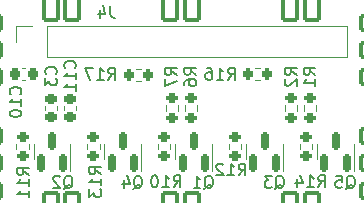
<source format=gbo>
%TF.GenerationSoftware,KiCad,Pcbnew,(6.0.4-0)*%
%TF.CreationDate,2022-05-02T21:47:31-07:00*%
%TF.ProjectId,hcms_dot_display_top,68636d73-5f64-46f7-945f-646973706c61,rev?*%
%TF.SameCoordinates,Original*%
%TF.FileFunction,Legend,Bot*%
%TF.FilePolarity,Positive*%
%FSLAX46Y46*%
G04 Gerber Fmt 4.6, Leading zero omitted, Abs format (unit mm)*
G04 Created by KiCad (PCBNEW (6.0.4-0)) date 2022-05-02 21:47:31*
%MOMM*%
%LPD*%
G01*
G04 APERTURE LIST*
G04 Aperture macros list*
%AMRoundRect*
0 Rectangle with rounded corners*
0 $1 Rounding radius*
0 $2 $3 $4 $5 $6 $7 $8 $9 X,Y pos of 4 corners*
0 Add a 4 corners polygon primitive as box body*
4,1,4,$2,$3,$4,$5,$6,$7,$8,$9,$2,$3,0*
0 Add four circle primitives for the rounded corners*
1,1,$1+$1,$2,$3*
1,1,$1+$1,$4,$5*
1,1,$1+$1,$6,$7*
1,1,$1+$1,$8,$9*
0 Add four rect primitives between the rounded corners*
20,1,$1+$1,$2,$3,$4,$5,0*
20,1,$1+$1,$4,$5,$6,$7,0*
20,1,$1+$1,$6,$7,$8,$9,0*
20,1,$1+$1,$8,$9,$2,$3,0*%
G04 Aperture macros list end*
%ADD10C,0.150000*%
%ADD11C,0.120000*%
%ADD12RoundRect,0.150000X-0.600000X-1.100000X0.600000X-1.100000X0.600000X1.100000X-0.600000X1.100000X0*%
%ADD13RoundRect,0.150000X-1.100000X0.600000X-1.100000X-0.600000X1.100000X-0.600000X1.100000X0.600000X0*%
%ADD14C,1.000000*%
%ADD15RoundRect,0.200000X-0.275000X0.200000X-0.275000X-0.200000X0.275000X-0.200000X0.275000X0.200000X0*%
%ADD16R,1.700000X1.700000*%
%ADD17O,1.700000X1.700000*%
%ADD18RoundRect,0.200000X0.275000X-0.200000X0.275000X0.200000X-0.275000X0.200000X-0.275000X-0.200000X0*%
%ADD19RoundRect,0.225000X0.225000X0.250000X-0.225000X0.250000X-0.225000X-0.250000X0.225000X-0.250000X0*%
%ADD20RoundRect,0.150000X0.150000X-0.587500X0.150000X0.587500X-0.150000X0.587500X-0.150000X-0.587500X0*%
%ADD21RoundRect,0.225000X0.250000X-0.225000X0.250000X0.225000X-0.250000X0.225000X-0.250000X-0.225000X0*%
%ADD22RoundRect,0.200000X-0.200000X-0.275000X0.200000X-0.275000X0.200000X0.275000X-0.200000X0.275000X0*%
%ADD23RoundRect,0.200000X0.200000X0.275000X-0.200000X0.275000X-0.200000X-0.275000X0.200000X-0.275000X0*%
G04 APERTURE END LIST*
D10*
X161542380Y-103373333D02*
X161066190Y-103040000D01*
X161542380Y-102801904D02*
X160542380Y-102801904D01*
X160542380Y-103182857D01*
X160590000Y-103278095D01*
X160637619Y-103325714D01*
X160732857Y-103373333D01*
X160875714Y-103373333D01*
X160970952Y-103325714D01*
X161018571Y-103278095D01*
X161066190Y-103182857D01*
X161066190Y-102801904D01*
X160542380Y-104230476D02*
X160542380Y-104040000D01*
X160590000Y-103944761D01*
X160637619Y-103897142D01*
X160780476Y-103801904D01*
X160970952Y-103754285D01*
X161351904Y-103754285D01*
X161447142Y-103801904D01*
X161494761Y-103849523D01*
X161542380Y-103944761D01*
X161542380Y-104135238D01*
X161494761Y-104230476D01*
X161447142Y-104278095D01*
X161351904Y-104325714D01*
X161113809Y-104325714D01*
X161018571Y-104278095D01*
X160970952Y-104230476D01*
X160923333Y-104135238D01*
X160923333Y-103944761D01*
X160970952Y-103849523D01*
X161018571Y-103801904D01*
X161113809Y-103754285D01*
X154281555Y-97544158D02*
X154281555Y-98258444D01*
X154329174Y-98401301D01*
X154424412Y-98496539D01*
X154567269Y-98544158D01*
X154662507Y-98544158D01*
X153376793Y-97877492D02*
X153376793Y-98544158D01*
X153614888Y-97496539D02*
X153852983Y-98210825D01*
X153233936Y-98210825D01*
X153492380Y-111797142D02*
X153016190Y-111463809D01*
X153492380Y-111225714D02*
X152492380Y-111225714D01*
X152492380Y-111606666D01*
X152540000Y-111701904D01*
X152587619Y-111749523D01*
X152682857Y-111797142D01*
X152825714Y-111797142D01*
X152920952Y-111749523D01*
X152968571Y-111701904D01*
X153016190Y-111606666D01*
X153016190Y-111225714D01*
X153492380Y-112749523D02*
X153492380Y-112178095D01*
X153492380Y-112463809D02*
X152492380Y-112463809D01*
X152635238Y-112368571D01*
X152730476Y-112273333D01*
X152778095Y-112178095D01*
X152492380Y-113082857D02*
X152492380Y-113701904D01*
X152873333Y-113368571D01*
X152873333Y-113511428D01*
X152920952Y-113606666D01*
X152968571Y-113654285D01*
X153063809Y-113701904D01*
X153301904Y-113701904D01*
X153397142Y-113654285D01*
X153444761Y-113606666D01*
X153492380Y-113511428D01*
X153492380Y-113225714D01*
X153444761Y-113130476D01*
X153397142Y-113082857D01*
X146647142Y-105047142D02*
X146694761Y-104999523D01*
X146742380Y-104856666D01*
X146742380Y-104761428D01*
X146694761Y-104618571D01*
X146599523Y-104523333D01*
X146504285Y-104475714D01*
X146313809Y-104428095D01*
X146170952Y-104428095D01*
X145980476Y-104475714D01*
X145885238Y-104523333D01*
X145790000Y-104618571D01*
X145742380Y-104761428D01*
X145742380Y-104856666D01*
X145790000Y-104999523D01*
X145837619Y-105047142D01*
X146742380Y-105999523D02*
X146742380Y-105428095D01*
X146742380Y-105713809D02*
X145742380Y-105713809D01*
X145885238Y-105618571D01*
X145980476Y-105523333D01*
X146028095Y-105428095D01*
X145742380Y-106618571D02*
X145742380Y-106713809D01*
X145790000Y-106809047D01*
X145837619Y-106856666D01*
X145932857Y-106904285D01*
X146123333Y-106951904D01*
X146361428Y-106951904D01*
X146551904Y-106904285D01*
X146647142Y-106856666D01*
X146694761Y-106809047D01*
X146742380Y-106713809D01*
X146742380Y-106618571D01*
X146694761Y-106523333D01*
X146647142Y-106475714D01*
X146551904Y-106428095D01*
X146361428Y-106380476D01*
X146123333Y-106380476D01*
X145932857Y-106428095D01*
X145837619Y-106475714D01*
X145790000Y-106523333D01*
X145742380Y-106618571D01*
X165142857Y-111902380D02*
X165476190Y-111426190D01*
X165714285Y-111902380D02*
X165714285Y-110902380D01*
X165333333Y-110902380D01*
X165238095Y-110950000D01*
X165190476Y-110997619D01*
X165142857Y-111092857D01*
X165142857Y-111235714D01*
X165190476Y-111330952D01*
X165238095Y-111378571D01*
X165333333Y-111426190D01*
X165714285Y-111426190D01*
X164190476Y-111902380D02*
X164761904Y-111902380D01*
X164476190Y-111902380D02*
X164476190Y-110902380D01*
X164571428Y-111045238D01*
X164666666Y-111140476D01*
X164761904Y-111188095D01*
X163809523Y-110997619D02*
X163761904Y-110950000D01*
X163666666Y-110902380D01*
X163428571Y-110902380D01*
X163333333Y-110950000D01*
X163285714Y-110997619D01*
X163238095Y-111092857D01*
X163238095Y-111188095D01*
X163285714Y-111330952D01*
X163857142Y-111902380D01*
X163238095Y-111902380D01*
X162235238Y-113037619D02*
X162330476Y-112990000D01*
X162425714Y-112894761D01*
X162568571Y-112751904D01*
X162663809Y-112704285D01*
X162759047Y-112704285D01*
X162711428Y-112942380D02*
X162806666Y-112894761D01*
X162901904Y-112799523D01*
X162949523Y-112609047D01*
X162949523Y-112275714D01*
X162901904Y-112085238D01*
X162806666Y-111990000D01*
X162711428Y-111942380D01*
X162520952Y-111942380D01*
X162425714Y-111990000D01*
X162330476Y-112085238D01*
X162282857Y-112275714D01*
X162282857Y-112609047D01*
X162330476Y-112799523D01*
X162425714Y-112894761D01*
X162520952Y-112942380D01*
X162711428Y-112942380D01*
X161330476Y-112942380D02*
X161901904Y-112942380D01*
X161616190Y-112942380D02*
X161616190Y-111942380D01*
X161711428Y-112085238D01*
X161806666Y-112180476D01*
X161901904Y-112228095D01*
X149647142Y-103323333D02*
X149694761Y-103275714D01*
X149742380Y-103132857D01*
X149742380Y-103037619D01*
X149694761Y-102894761D01*
X149599523Y-102799523D01*
X149504285Y-102751904D01*
X149313809Y-102704285D01*
X149170952Y-102704285D01*
X148980476Y-102751904D01*
X148885238Y-102799523D01*
X148790000Y-102894761D01*
X148742380Y-103037619D01*
X148742380Y-103132857D01*
X148790000Y-103275714D01*
X148837619Y-103323333D01*
X148742380Y-103656666D02*
X148742380Y-104275714D01*
X149123333Y-103942380D01*
X149123333Y-104085238D01*
X149170952Y-104180476D01*
X149218571Y-104228095D01*
X149313809Y-104275714D01*
X149551904Y-104275714D01*
X149647142Y-104228095D01*
X149694761Y-104180476D01*
X149742380Y-104085238D01*
X149742380Y-103799523D01*
X149694761Y-103704285D01*
X149647142Y-103656666D01*
X147392380Y-111847142D02*
X146916190Y-111513809D01*
X147392380Y-111275714D02*
X146392380Y-111275714D01*
X146392380Y-111656666D01*
X146440000Y-111751904D01*
X146487619Y-111799523D01*
X146582857Y-111847142D01*
X146725714Y-111847142D01*
X146820952Y-111799523D01*
X146868571Y-111751904D01*
X146916190Y-111656666D01*
X146916190Y-111275714D01*
X147392380Y-112799523D02*
X147392380Y-112228095D01*
X147392380Y-112513809D02*
X146392380Y-112513809D01*
X146535238Y-112418571D01*
X146630476Y-112323333D01*
X146678095Y-112228095D01*
X147392380Y-113751904D02*
X147392380Y-113180476D01*
X147392380Y-113466190D02*
X146392380Y-113466190D01*
X146535238Y-113370952D01*
X146630476Y-113275714D01*
X146678095Y-113180476D01*
X150335238Y-113037619D02*
X150430476Y-112990000D01*
X150525714Y-112894761D01*
X150668571Y-112751904D01*
X150763809Y-112704285D01*
X150859047Y-112704285D01*
X150811428Y-112942380D02*
X150906666Y-112894761D01*
X151001904Y-112799523D01*
X151049523Y-112609047D01*
X151049523Y-112275714D01*
X151001904Y-112085238D01*
X150906666Y-111990000D01*
X150811428Y-111942380D01*
X150620952Y-111942380D01*
X150525714Y-111990000D01*
X150430476Y-112085238D01*
X150382857Y-112275714D01*
X150382857Y-112609047D01*
X150430476Y-112799523D01*
X150525714Y-112894761D01*
X150620952Y-112942380D01*
X150811428Y-112942380D01*
X150001904Y-112037619D02*
X149954285Y-111990000D01*
X149859047Y-111942380D01*
X149620952Y-111942380D01*
X149525714Y-111990000D01*
X149478095Y-112037619D01*
X149430476Y-112132857D01*
X149430476Y-112228095D01*
X149478095Y-112370952D01*
X150049523Y-112942380D01*
X149430476Y-112942380D01*
X164232857Y-103792380D02*
X164566190Y-103316190D01*
X164804285Y-103792380D02*
X164804285Y-102792380D01*
X164423333Y-102792380D01*
X164328095Y-102840000D01*
X164280476Y-102887619D01*
X164232857Y-102982857D01*
X164232857Y-103125714D01*
X164280476Y-103220952D01*
X164328095Y-103268571D01*
X164423333Y-103316190D01*
X164804285Y-103316190D01*
X163280476Y-103792380D02*
X163851904Y-103792380D01*
X163566190Y-103792380D02*
X163566190Y-102792380D01*
X163661428Y-102935238D01*
X163756666Y-103030476D01*
X163851904Y-103078095D01*
X162423333Y-102792380D02*
X162613809Y-102792380D01*
X162709047Y-102840000D01*
X162756666Y-102887619D01*
X162851904Y-103030476D01*
X162899523Y-103220952D01*
X162899523Y-103601904D01*
X162851904Y-103697142D01*
X162804285Y-103744761D01*
X162709047Y-103792380D01*
X162518571Y-103792380D01*
X162423333Y-103744761D01*
X162375714Y-103697142D01*
X162328095Y-103601904D01*
X162328095Y-103363809D01*
X162375714Y-103268571D01*
X162423333Y-103220952D01*
X162518571Y-103173333D01*
X162709047Y-103173333D01*
X162804285Y-103220952D01*
X162851904Y-103268571D01*
X162899523Y-103363809D01*
X168235238Y-113037619D02*
X168330476Y-112990000D01*
X168425714Y-112894761D01*
X168568571Y-112751904D01*
X168663809Y-112704285D01*
X168759047Y-112704285D01*
X168711428Y-112942380D02*
X168806666Y-112894761D01*
X168901904Y-112799523D01*
X168949523Y-112609047D01*
X168949523Y-112275714D01*
X168901904Y-112085238D01*
X168806666Y-111990000D01*
X168711428Y-111942380D01*
X168520952Y-111942380D01*
X168425714Y-111990000D01*
X168330476Y-112085238D01*
X168282857Y-112275714D01*
X168282857Y-112609047D01*
X168330476Y-112799523D01*
X168425714Y-112894761D01*
X168520952Y-112942380D01*
X168711428Y-112942380D01*
X167949523Y-111942380D02*
X167330476Y-111942380D01*
X167663809Y-112323333D01*
X167520952Y-112323333D01*
X167425714Y-112370952D01*
X167378095Y-112418571D01*
X167330476Y-112513809D01*
X167330476Y-112751904D01*
X167378095Y-112847142D01*
X167425714Y-112894761D01*
X167520952Y-112942380D01*
X167806666Y-112942380D01*
X167901904Y-112894761D01*
X167949523Y-112847142D01*
X156235238Y-113037619D02*
X156330476Y-112990000D01*
X156425714Y-112894761D01*
X156568571Y-112751904D01*
X156663809Y-112704285D01*
X156759047Y-112704285D01*
X156711428Y-112942380D02*
X156806666Y-112894761D01*
X156901904Y-112799523D01*
X156949523Y-112609047D01*
X156949523Y-112275714D01*
X156901904Y-112085238D01*
X156806666Y-111990000D01*
X156711428Y-111942380D01*
X156520952Y-111942380D01*
X156425714Y-111990000D01*
X156330476Y-112085238D01*
X156282857Y-112275714D01*
X156282857Y-112609047D01*
X156330476Y-112799523D01*
X156425714Y-112894761D01*
X156520952Y-112942380D01*
X156711428Y-112942380D01*
X155425714Y-112275714D02*
X155425714Y-112942380D01*
X155663809Y-111894761D02*
X155901904Y-112609047D01*
X155282857Y-112609047D01*
X159632857Y-112892380D02*
X159966190Y-112416190D01*
X160204285Y-112892380D02*
X160204285Y-111892380D01*
X159823333Y-111892380D01*
X159728095Y-111940000D01*
X159680476Y-111987619D01*
X159632857Y-112082857D01*
X159632857Y-112225714D01*
X159680476Y-112320952D01*
X159728095Y-112368571D01*
X159823333Y-112416190D01*
X160204285Y-112416190D01*
X158680476Y-112892380D02*
X159251904Y-112892380D01*
X158966190Y-112892380D02*
X158966190Y-111892380D01*
X159061428Y-112035238D01*
X159156666Y-112130476D01*
X159251904Y-112178095D01*
X158061428Y-111892380D02*
X157966190Y-111892380D01*
X157870952Y-111940000D01*
X157823333Y-111987619D01*
X157775714Y-112082857D01*
X157728095Y-112273333D01*
X157728095Y-112511428D01*
X157775714Y-112701904D01*
X157823333Y-112797142D01*
X157870952Y-112844761D01*
X157966190Y-112892380D01*
X158061428Y-112892380D01*
X158156666Y-112844761D01*
X158204285Y-112797142D01*
X158251904Y-112701904D01*
X158299523Y-112511428D01*
X158299523Y-112273333D01*
X158251904Y-112082857D01*
X158204285Y-111987619D01*
X158156666Y-111940000D01*
X158061428Y-111892380D01*
X171882857Y-112892380D02*
X172216190Y-112416190D01*
X172454285Y-112892380D02*
X172454285Y-111892380D01*
X172073333Y-111892380D01*
X171978095Y-111940000D01*
X171930476Y-111987619D01*
X171882857Y-112082857D01*
X171882857Y-112225714D01*
X171930476Y-112320952D01*
X171978095Y-112368571D01*
X172073333Y-112416190D01*
X172454285Y-112416190D01*
X170930476Y-112892380D02*
X171501904Y-112892380D01*
X171216190Y-112892380D02*
X171216190Y-111892380D01*
X171311428Y-112035238D01*
X171406666Y-112130476D01*
X171501904Y-112178095D01*
X170073333Y-112225714D02*
X170073333Y-112892380D01*
X170311428Y-111844761D02*
X170549523Y-112559047D01*
X169930476Y-112559047D01*
X159892380Y-103373333D02*
X159416190Y-103040000D01*
X159892380Y-102801904D02*
X158892380Y-102801904D01*
X158892380Y-103182857D01*
X158940000Y-103278095D01*
X158987619Y-103325714D01*
X159082857Y-103373333D01*
X159225714Y-103373333D01*
X159320952Y-103325714D01*
X159368571Y-103278095D01*
X159416190Y-103182857D01*
X159416190Y-102801904D01*
X158892380Y-103706666D02*
X158892380Y-104373333D01*
X159892380Y-103944761D01*
X154107857Y-103792380D02*
X154441190Y-103316190D01*
X154679285Y-103792380D02*
X154679285Y-102792380D01*
X154298333Y-102792380D01*
X154203095Y-102840000D01*
X154155476Y-102887619D01*
X154107857Y-102982857D01*
X154107857Y-103125714D01*
X154155476Y-103220952D01*
X154203095Y-103268571D01*
X154298333Y-103316190D01*
X154679285Y-103316190D01*
X153155476Y-103792380D02*
X153726904Y-103792380D01*
X153441190Y-103792380D02*
X153441190Y-102792380D01*
X153536428Y-102935238D01*
X153631666Y-103030476D01*
X153726904Y-103078095D01*
X152822142Y-102792380D02*
X152155476Y-102792380D01*
X152584047Y-103792380D01*
X174235238Y-113037619D02*
X174330476Y-112990000D01*
X174425714Y-112894761D01*
X174568571Y-112751904D01*
X174663809Y-112704285D01*
X174759047Y-112704285D01*
X174711428Y-112942380D02*
X174806666Y-112894761D01*
X174901904Y-112799523D01*
X174949523Y-112609047D01*
X174949523Y-112275714D01*
X174901904Y-112085238D01*
X174806666Y-111990000D01*
X174711428Y-111942380D01*
X174520952Y-111942380D01*
X174425714Y-111990000D01*
X174330476Y-112085238D01*
X174282857Y-112275714D01*
X174282857Y-112609047D01*
X174330476Y-112799523D01*
X174425714Y-112894761D01*
X174520952Y-112942380D01*
X174711428Y-112942380D01*
X173378095Y-111942380D02*
X173854285Y-111942380D01*
X173901904Y-112418571D01*
X173854285Y-112370952D01*
X173759047Y-112323333D01*
X173520952Y-112323333D01*
X173425714Y-112370952D01*
X173378095Y-112418571D01*
X173330476Y-112513809D01*
X173330476Y-112751904D01*
X173378095Y-112847142D01*
X173425714Y-112894761D01*
X173520952Y-112942380D01*
X173759047Y-112942380D01*
X173854285Y-112894761D01*
X173901904Y-112847142D01*
X170042380Y-103373333D02*
X169566190Y-103040000D01*
X170042380Y-102801904D02*
X169042380Y-102801904D01*
X169042380Y-103182857D01*
X169090000Y-103278095D01*
X169137619Y-103325714D01*
X169232857Y-103373333D01*
X169375714Y-103373333D01*
X169470952Y-103325714D01*
X169518571Y-103278095D01*
X169566190Y-103182857D01*
X169566190Y-102801904D01*
X169137619Y-103754285D02*
X169090000Y-103801904D01*
X169042380Y-103897142D01*
X169042380Y-104135238D01*
X169090000Y-104230476D01*
X169137619Y-104278095D01*
X169232857Y-104325714D01*
X169328095Y-104325714D01*
X169470952Y-104278095D01*
X170042380Y-103706666D01*
X170042380Y-104325714D01*
X151257142Y-102817142D02*
X151304761Y-102769523D01*
X151352380Y-102626666D01*
X151352380Y-102531428D01*
X151304761Y-102388571D01*
X151209523Y-102293333D01*
X151114285Y-102245714D01*
X150923809Y-102198095D01*
X150780952Y-102198095D01*
X150590476Y-102245714D01*
X150495238Y-102293333D01*
X150400000Y-102388571D01*
X150352380Y-102531428D01*
X150352380Y-102626666D01*
X150400000Y-102769523D01*
X150447619Y-102817142D01*
X151352380Y-103769523D02*
X151352380Y-103198095D01*
X151352380Y-103483809D02*
X150352380Y-103483809D01*
X150495238Y-103388571D01*
X150590476Y-103293333D01*
X150638095Y-103198095D01*
X151352380Y-104721904D02*
X151352380Y-104150476D01*
X151352380Y-104436190D02*
X150352380Y-104436190D01*
X150495238Y-104340952D01*
X150590476Y-104245714D01*
X150638095Y-104150476D01*
X171642380Y-103373333D02*
X171166190Y-103040000D01*
X171642380Y-102801904D02*
X170642380Y-102801904D01*
X170642380Y-103182857D01*
X170690000Y-103278095D01*
X170737619Y-103325714D01*
X170832857Y-103373333D01*
X170975714Y-103373333D01*
X171070952Y-103325714D01*
X171118571Y-103278095D01*
X171166190Y-103182857D01*
X171166190Y-102801904D01*
X171642380Y-104325714D02*
X171642380Y-103754285D01*
X171642380Y-104040000D02*
X170642380Y-104040000D01*
X170785238Y-103944761D01*
X170880476Y-103849523D01*
X170928095Y-103754285D01*
D11*
X160567500Y-105952742D02*
X160567500Y-106427258D01*
X161612500Y-105952742D02*
X161612500Y-106427258D01*
X148888222Y-101901778D02*
X174348222Y-101901778D01*
X174348222Y-99241778D02*
X174348222Y-101901778D01*
X148888222Y-99241778D02*
X174348222Y-99241778D01*
X148888222Y-99241778D02*
X148888222Y-101901778D01*
X147618222Y-99241778D02*
X146288222Y-99241778D01*
X146288222Y-99241778D02*
X146288222Y-100571778D01*
X153362500Y-109677258D02*
X153362500Y-109202742D01*
X152317500Y-109677258D02*
X152317500Y-109202742D01*
X147080580Y-103850000D02*
X146799420Y-103850000D01*
X147080580Y-102830000D02*
X146799420Y-102830000D01*
X164317500Y-109677258D02*
X164317500Y-109202742D01*
X165362500Y-109677258D02*
X165362500Y-109202742D01*
X162900000Y-109890000D02*
X162900000Y-109240000D01*
X159780000Y-109890000D02*
X159780000Y-109240000D01*
X162900000Y-109890000D02*
X162900000Y-111565000D01*
X159780000Y-109890000D02*
X159780000Y-110540000D01*
X149800000Y-106330580D02*
X149800000Y-106049420D01*
X148780000Y-106330580D02*
X148780000Y-106049420D01*
X146317500Y-109677258D02*
X146317500Y-109202742D01*
X147362500Y-109677258D02*
X147362500Y-109202742D01*
X150900000Y-109890000D02*
X150900000Y-111565000D01*
X150900000Y-109890000D02*
X150900000Y-109240000D01*
X147780000Y-109890000D02*
X147780000Y-109240000D01*
X147780000Y-109890000D02*
X147780000Y-110540000D01*
X166502742Y-102817500D02*
X166977258Y-102817500D01*
X166502742Y-103862500D02*
X166977258Y-103862500D01*
X168900000Y-109890000D02*
X168900000Y-109240000D01*
X165780000Y-109890000D02*
X165780000Y-109240000D01*
X168900000Y-109890000D02*
X168900000Y-111565000D01*
X165780000Y-109890000D02*
X165780000Y-110540000D01*
X156900000Y-109890000D02*
X156900000Y-111565000D01*
X156900000Y-109890000D02*
X156900000Y-109240000D01*
X153780000Y-109890000D02*
X153780000Y-110540000D01*
X153780000Y-109890000D02*
X153780000Y-109240000D01*
X159362500Y-109677258D02*
X159362500Y-109202742D01*
X158317500Y-109677258D02*
X158317500Y-109202742D01*
X170317500Y-109677258D02*
X170317500Y-109202742D01*
X171362500Y-109677258D02*
X171362500Y-109202742D01*
X158967500Y-105952742D02*
X158967500Y-106427258D01*
X160012500Y-105952742D02*
X160012500Y-106427258D01*
X156902258Y-103912500D02*
X156427742Y-103912500D01*
X156902258Y-102867500D02*
X156427742Y-102867500D01*
X174900000Y-109890000D02*
X174900000Y-109240000D01*
X174900000Y-109890000D02*
X174900000Y-111565000D01*
X171780000Y-109890000D02*
X171780000Y-109240000D01*
X171780000Y-109890000D02*
X171780000Y-110540000D01*
X169067500Y-106427258D02*
X169067500Y-105952742D01*
X170112500Y-106427258D02*
X170112500Y-105952742D01*
X151400000Y-106330580D02*
X151400000Y-106049420D01*
X150380000Y-106330580D02*
X150380000Y-106049420D01*
X171712500Y-106427258D02*
X171712500Y-105952742D01*
X170667500Y-106427258D02*
X170667500Y-105952742D01*
%LPC*%
G36*
X163326792Y-109278109D02*
G01*
X163337129Y-109285021D01*
X163339987Y-109288346D01*
X163343652Y-109296287D01*
X163339678Y-109303981D01*
X163332298Y-109309208D01*
X163318996Y-109308363D01*
X163317725Y-109308015D01*
X163302296Y-109305706D01*
X163284769Y-109305283D01*
X163272189Y-109305366D01*
X163268006Y-109303360D01*
X163270792Y-109298341D01*
X163275334Y-109294192D01*
X163284677Y-109290440D01*
X163288082Y-109289521D01*
X163292005Y-109282461D01*
X163293270Y-109278763D01*
X163301288Y-109274777D01*
X163313653Y-109274627D01*
X163326792Y-109278109D01*
G37*
G36*
X163720802Y-109521093D02*
G01*
X163722874Y-109529653D01*
X163723004Y-109531083D01*
X163728262Y-109541470D01*
X163738832Y-109551930D01*
X163745946Y-109557429D01*
X163753320Y-109565910D01*
X163752144Y-109574014D01*
X163742822Y-109585087D01*
X163730853Y-109597426D01*
X163722015Y-109580907D01*
X163721625Y-109580155D01*
X163716991Y-109566905D01*
X163714099Y-109550918D01*
X163713161Y-109535458D01*
X163714390Y-109523788D01*
X163717998Y-109519173D01*
X163720802Y-109521093D01*
G37*
G36*
X163769501Y-108225203D02*
G01*
X163786259Y-108226407D01*
X163801430Y-108233427D01*
X163811928Y-108239522D01*
X163827021Y-108242929D01*
X163827409Y-108242940D01*
X163844067Y-108245220D01*
X163861001Y-108250181D01*
X163874598Y-108256495D01*
X163881247Y-108262838D01*
X163881602Y-108265338D01*
X163877579Y-108269121D01*
X163876679Y-108269153D01*
X163876676Y-108269155D01*
X163871847Y-108272190D01*
X163873793Y-108277199D01*
X163881125Y-108279929D01*
X163885156Y-108280081D01*
X163887529Y-108281707D01*
X163881218Y-108287096D01*
X163876411Y-108291225D01*
X163876468Y-108295346D01*
X163885458Y-108300226D01*
X163886753Y-108300777D01*
X163902035Y-108304735D01*
X163919506Y-108306356D01*
X163934287Y-108306919D01*
X163949581Y-108309681D01*
X163955779Y-108314262D01*
X163952367Y-108320122D01*
X163938831Y-108326721D01*
X163926187Y-108331994D01*
X163914694Y-108340181D01*
X163914665Y-108340202D01*
X163913723Y-108348224D01*
X163923325Y-108356124D01*
X163930303Y-108360110D01*
X163934000Y-108364333D01*
X163929415Y-108367529D01*
X163922134Y-108368472D01*
X163909817Y-108365279D01*
X163903482Y-108362179D01*
X163895819Y-108359798D01*
X163895428Y-108361757D01*
X163903733Y-108367529D01*
X163911133Y-108370444D01*
X163928149Y-108373896D01*
X163947617Y-108375320D01*
X163963098Y-108375655D01*
X163973183Y-108377194D01*
X163977372Y-108380979D01*
X163978204Y-108388069D01*
X163978043Y-108392152D01*
X163977706Y-108392796D01*
X163974790Y-108398367D01*
X163964905Y-108398088D01*
X163956024Y-108397810D01*
X163951607Y-108401171D01*
X163951625Y-108401882D01*
X163954823Y-108408294D01*
X163964828Y-108411973D01*
X163983517Y-108413654D01*
X163995560Y-108414740D01*
X164005257Y-108418738D01*
X164010590Y-108427279D01*
X164012402Y-108432224D01*
X164015054Y-108443423D01*
X164011756Y-108447058D01*
X164001795Y-108444528D01*
X163992767Y-108441519D01*
X163983193Y-108439675D01*
X163979896Y-108440885D01*
X163984853Y-108445086D01*
X163991015Y-108450624D01*
X163993949Y-108460492D01*
X163988902Y-108468561D01*
X163986251Y-108469284D01*
X163975411Y-108467170D01*
X163961419Y-108460951D01*
X163947938Y-108452454D01*
X163938630Y-108443504D01*
X163934489Y-108437875D01*
X163930857Y-108436583D01*
X163927662Y-108444684D01*
X163923241Y-108452301D01*
X163913846Y-108453620D01*
X163907639Y-108453391D01*
X163898696Y-108459783D01*
X163897373Y-108461946D01*
X163891813Y-108465772D01*
X163882750Y-108461903D01*
X163874862Y-108458283D01*
X163871816Y-108461142D01*
X163870668Y-108463759D01*
X163863837Y-108464014D01*
X163858772Y-108463599D01*
X163855858Y-108470423D01*
X163855583Y-108472325D01*
X163853104Y-108476531D01*
X163849797Y-108482142D01*
X163838867Y-108492457D01*
X163821876Y-108505019D01*
X163850627Y-108514792D01*
X163855278Y-108516416D01*
X163872235Y-108523224D01*
X163883576Y-108529211D01*
X163887827Y-108533468D01*
X163883519Y-108535089D01*
X163881327Y-108536081D01*
X163878682Y-108537278D01*
X163877208Y-108544667D01*
X163880573Y-108553334D01*
X163887997Y-108559097D01*
X163894997Y-108563260D01*
X163895338Y-108567657D01*
X163895711Y-108572458D01*
X163895672Y-108572586D01*
X163897150Y-108583176D01*
X163906543Y-108591869D01*
X163921160Y-108597097D01*
X163938314Y-108597292D01*
X163938723Y-108597227D01*
X163951412Y-108596640D01*
X163959000Y-108598658D01*
X163959656Y-108602103D01*
X163951547Y-108605798D01*
X163945736Y-108607865D01*
X163941353Y-108613094D01*
X163946585Y-108618779D01*
X163960880Y-108623851D01*
X163969899Y-108626845D01*
X163979535Y-108632867D01*
X163983468Y-108638886D01*
X163980695Y-108642867D01*
X163970212Y-108642776D01*
X163962861Y-108641727D01*
X163958412Y-108644239D01*
X163959893Y-108654103D01*
X163960369Y-108656107D01*
X163960701Y-108665468D01*
X163955157Y-108668074D01*
X163951282Y-108667551D01*
X163943628Y-108662754D01*
X163940313Y-108659059D01*
X163933570Y-108658266D01*
X163930330Y-108665414D01*
X163928580Y-108671848D01*
X163922384Y-108672905D01*
X163913590Y-108666793D01*
X163904189Y-108654355D01*
X163896041Y-108643428D01*
X163887725Y-108638136D01*
X163884906Y-108639542D01*
X163882288Y-108640848D01*
X163881543Y-108651771D01*
X163881987Y-108655660D01*
X163880117Y-108661313D01*
X163871429Y-108659972D01*
X163868075Y-108658984D01*
X163862108Y-108659065D01*
X163863139Y-108665513D01*
X163864382Y-108670621D01*
X163860831Y-108673046D01*
X163849316Y-108671654D01*
X163833943Y-108668489D01*
X163819873Y-108664980D01*
X163817177Y-108664245D01*
X163810540Y-108664165D01*
X163811134Y-108670092D01*
X163816114Y-108675526D01*
X163827303Y-108678712D01*
X163836465Y-108680788D01*
X163844967Y-108691347D01*
X163852838Y-108701593D01*
X163868988Y-108707586D01*
X163882113Y-108710769D01*
X163907197Y-108719565D01*
X163931425Y-108730801D01*
X163949975Y-108742403D01*
X163963201Y-108752806D01*
X163949344Y-108765648D01*
X163940111Y-108776941D01*
X163939076Y-108787840D01*
X163940235Y-108794116D01*
X163935167Y-108794150D01*
X163933232Y-108793401D01*
X163921629Y-108789297D01*
X163906392Y-108784227D01*
X163903688Y-108783277D01*
X163885671Y-108774144D01*
X163870666Y-108762604D01*
X163863348Y-108755364D01*
X163855189Y-108749056D01*
X163851441Y-108750462D01*
X163850539Y-108759327D01*
X163850401Y-108764215D01*
X163848219Y-108767722D01*
X163841230Y-108762717D01*
X163837536Y-108759977D01*
X163825291Y-108754196D01*
X163812125Y-108750951D01*
X163801564Y-108750886D01*
X163797132Y-108754646D01*
X163797099Y-108755067D01*
X163794564Y-108754956D01*
X163789314Y-108747165D01*
X163783579Y-108738666D01*
X163775131Y-108731050D01*
X163768263Y-108729313D01*
X163765429Y-108734733D01*
X163764009Y-108740191D01*
X163757367Y-108743242D01*
X163742822Y-108743967D01*
X163737929Y-108744272D01*
X163733513Y-108746085D01*
X163735514Y-108751895D01*
X163744108Y-108763505D01*
X163757210Y-108776570D01*
X163764338Y-108782137D01*
X163772331Y-108788379D01*
X163777671Y-108792063D01*
X163797091Y-108806510D01*
X163814649Y-108820844D01*
X163819882Y-108825288D01*
X163832376Y-108833666D01*
X163845578Y-108837425D01*
X163864422Y-108838294D01*
X163867969Y-108838307D01*
X163883613Y-108839079D01*
X163890798Y-108841401D01*
X163891357Y-108845785D01*
X163892281Y-108851064D01*
X163900272Y-108856083D01*
X163912618Y-108858308D01*
X163925846Y-108856646D01*
X163935711Y-108855319D01*
X163950384Y-108856796D01*
X163954003Y-108857781D01*
X163960070Y-108861029D01*
X163956803Y-108864967D01*
X163953419Y-108867937D01*
X163952951Y-108873327D01*
X163956440Y-108875400D01*
X163969229Y-108877945D01*
X163985980Y-108878222D01*
X164002379Y-108876305D01*
X164014110Y-108872270D01*
X164019552Y-108868976D01*
X164024919Y-108867594D01*
X164026078Y-108872747D01*
X164028005Y-108877465D01*
X164036717Y-108880848D01*
X164042926Y-108881238D01*
X164046561Y-108884014D01*
X164042846Y-108890743D01*
X164031423Y-108902919D01*
X164030141Y-108904170D01*
X164015925Y-108914528D01*
X164003496Y-108917879D01*
X163986023Y-108916951D01*
X163973888Y-108918263D01*
X163968785Y-108922834D01*
X163968867Y-108931383D01*
X163969698Y-108937536D01*
X163967046Y-108943394D01*
X163956632Y-108944681D01*
X163946001Y-108946428D01*
X163939686Y-108951187D01*
X163938471Y-108952653D01*
X163930716Y-108950886D01*
X163916635Y-108941318D01*
X163899081Y-108928183D01*
X163882895Y-108918264D01*
X163871856Y-108914971D01*
X163864716Y-108917738D01*
X163862760Y-108920471D01*
X163862868Y-108929840D01*
X163866214Y-108934042D01*
X163869924Y-108938702D01*
X163881747Y-108943731D01*
X163888356Y-108945763D01*
X163890572Y-108949778D01*
X163890445Y-108953363D01*
X163894849Y-108959373D01*
X163895812Y-108960688D01*
X163901687Y-108966742D01*
X163902247Y-108974022D01*
X163892391Y-108979480D01*
X163890742Y-108980023D01*
X163884794Y-108983545D01*
X163888402Y-108987736D01*
X163894291Y-108990296D01*
X163907153Y-108992474D01*
X163914423Y-108994048D01*
X163921614Y-109000534D01*
X163927206Y-109005819D01*
X163938793Y-109008513D01*
X163944507Y-109008679D01*
X163949504Y-109010731D01*
X163946288Y-109016492D01*
X163945526Y-109017294D01*
X163935065Y-109022444D01*
X163920369Y-109024641D01*
X163917424Y-109024672D01*
X163906966Y-109025276D01*
X163905514Y-109027561D01*
X163911686Y-109032830D01*
X163915406Y-109035789D01*
X163916814Y-109037896D01*
X163919018Y-109041193D01*
X163914345Y-109045878D01*
X163913884Y-109046153D01*
X163902776Y-109049649D01*
X163887775Y-109051324D01*
X163885172Y-109051385D01*
X163874968Y-109051952D01*
X163874361Y-109053556D01*
X163882455Y-109057184D01*
X163895205Y-109059776D01*
X163914941Y-109060045D01*
X163935958Y-109057801D01*
X163953551Y-109053301D01*
X163956765Y-109052177D01*
X163961271Y-109052942D01*
X163959709Y-109061320D01*
X163959034Y-109063584D01*
X163959004Y-109065434D01*
X163958912Y-109070993D01*
X163965744Y-109072151D01*
X163971250Y-109071671D01*
X163980134Y-109072195D01*
X163978913Y-109075762D01*
X163967638Y-109082664D01*
X163949094Y-109092537D01*
X163971405Y-109098544D01*
X163979488Y-109100992D01*
X163989445Y-109106253D01*
X163990711Y-109112386D01*
X163990205Y-109116930D01*
X163996253Y-109120220D01*
X164000455Y-109119529D01*
X164004801Y-109114901D01*
X164006037Y-109113236D01*
X164014835Y-109110615D01*
X164029307Y-109109581D01*
X164031163Y-109109586D01*
X164045128Y-109110314D01*
X164050853Y-109112903D01*
X164050493Y-109118235D01*
X164049760Y-109121167D01*
X164051463Y-109130841D01*
X164057267Y-109137809D01*
X164064428Y-109138149D01*
X164067164Y-109138149D01*
X164067261Y-109139584D01*
X164067616Y-109144857D01*
X164064720Y-109150816D01*
X164057073Y-109153440D01*
X164041860Y-109153223D01*
X164028027Y-109152790D01*
X164022657Y-109154310D01*
X164024771Y-109158276D01*
X164028334Y-109162466D01*
X164031190Y-109170180D01*
X164026879Y-109173414D01*
X164023436Y-109172236D01*
X164012921Y-109166483D01*
X163998952Y-109157553D01*
X163984524Y-109148149D01*
X163973971Y-109142661D01*
X163969811Y-109143225D01*
X163970725Y-109148145D01*
X163970984Y-109149537D01*
X163971597Y-109154699D01*
X163965498Y-109154287D01*
X163962697Y-109153353D01*
X163956927Y-109153626D01*
X163957607Y-109158077D01*
X163963570Y-109164407D01*
X163973648Y-109170320D01*
X163984194Y-109175285D01*
X163986113Y-109178828D01*
X163980297Y-109183018D01*
X163976144Y-109185698D01*
X163974258Y-109189918D01*
X163978211Y-109196668D01*
X163988843Y-109208446D01*
X163997646Y-109218357D01*
X164001037Y-109224261D01*
X163996822Y-109224063D01*
X163978799Y-109218329D01*
X163966676Y-109217135D01*
X163962246Y-109220668D01*
X163962873Y-109223094D01*
X163969400Y-109226608D01*
X163976945Y-109229642D01*
X163986688Y-109238008D01*
X163986699Y-109238020D01*
X163998542Y-109249109D01*
X164012780Y-109259763D01*
X164028738Y-109270117D01*
X164014453Y-109267784D01*
X164003445Y-109267292D01*
X163993333Y-109269675D01*
X163992829Y-109269947D01*
X163983143Y-109269645D01*
X163969429Y-109263351D01*
X163966569Y-109261594D01*
X163956549Y-109256226D01*
X163951212Y-109256510D01*
X163947057Y-109262279D01*
X163942824Y-109268030D01*
X163937777Y-109267271D01*
X163928624Y-109259420D01*
X163917989Y-109251754D01*
X163911899Y-109252901D01*
X163911358Y-109257567D01*
X163915177Y-109268673D01*
X163915801Y-109269732D01*
X163922573Y-109281231D01*
X163931208Y-109291505D01*
X163938742Y-109295759D01*
X163943095Y-109296693D01*
X163946080Y-109302293D01*
X163940968Y-109309058D01*
X163938515Y-109310888D01*
X163935635Y-109318634D01*
X163937472Y-109321027D01*
X163941699Y-109326535D01*
X163955597Y-109332789D01*
X163958442Y-109333603D01*
X163973090Y-109338554D01*
X163982875Y-109343038D01*
X163983303Y-109343325D01*
X163987384Y-109350212D01*
X163983923Y-109355909D01*
X163975374Y-109356131D01*
X163968856Y-109355682D01*
X163968765Y-109361945D01*
X163975855Y-109374380D01*
X163980483Y-109381837D01*
X163979515Y-109387107D01*
X163969808Y-109391667D01*
X163965010Y-109393325D01*
X163955493Y-109393769D01*
X163948409Y-109387035D01*
X163941644Y-109380830D01*
X163927859Y-109379531D01*
X163917651Y-109379701D01*
X163914371Y-109374008D01*
X163912149Y-109368798D01*
X163902841Y-109368923D01*
X163901184Y-109369360D01*
X163895058Y-109371759D01*
X163896336Y-109375523D01*
X163905501Y-109383253D01*
X163911357Y-109388144D01*
X163918568Y-109396467D01*
X163916391Y-109400863D01*
X163904797Y-109402147D01*
X163893472Y-109403545D01*
X163884445Y-109407604D01*
X163880513Y-109408889D01*
X163870701Y-109404571D01*
X163858304Y-109393598D01*
X163845220Y-109377429D01*
X163843859Y-109375657D01*
X163831963Y-109367610D01*
X163812146Y-109363484D01*
X163803103Y-109362637D01*
X163792934Y-109362523D01*
X163790080Y-109365036D01*
X163792426Y-109370979D01*
X163794998Y-109374602D01*
X163804239Y-109383601D01*
X163805477Y-109384807D01*
X163819533Y-109395402D01*
X163840437Y-109409236D01*
X163841267Y-109409785D01*
X163823296Y-109414753D01*
X163805324Y-109419721D01*
X163822882Y-109423616D01*
X163827688Y-109424732D01*
X163840490Y-109429028D01*
X163844331Y-109434110D01*
X163840522Y-109441292D01*
X163837315Y-109447657D01*
X163842859Y-109452060D01*
X163847531Y-109453609D01*
X163864663Y-109454587D01*
X163877136Y-109447362D01*
X163883609Y-109441914D01*
X163893416Y-109439137D01*
X163900833Y-109441789D01*
X163902311Y-109449562D01*
X163902497Y-109457248D01*
X163911000Y-109463339D01*
X163911579Y-109463525D01*
X163916720Y-109466090D01*
X163913583Y-109468623D01*
X163901073Y-109472089D01*
X163898459Y-109472680D01*
X163879460Y-109475288D01*
X163862508Y-109475338D01*
X163856109Y-109474831D01*
X163846743Y-109475889D01*
X163847444Y-109479877D01*
X163858420Y-109486244D01*
X163866038Y-109488443D01*
X163886179Y-109490043D01*
X163914273Y-109488969D01*
X163922636Y-109488372D01*
X163942513Y-109487671D01*
X163953530Y-109488824D01*
X163956926Y-109491919D01*
X163953331Y-109497499D01*
X163943308Y-109503337D01*
X163940164Y-109504651D01*
X163932646Y-109510334D01*
X163934084Y-109515081D01*
X163943123Y-109517673D01*
X163958406Y-109516894D01*
X163959952Y-109516649D01*
X163972228Y-109515205D01*
X163976070Y-109516593D01*
X163973282Y-109521354D01*
X163970117Y-109523992D01*
X163960891Y-109526942D01*
X163945048Y-109528258D01*
X163920607Y-109528196D01*
X163903934Y-109528075D01*
X163881161Y-109529206D01*
X163867351Y-109531932D01*
X163863041Y-109536115D01*
X163868769Y-109541616D01*
X163875556Y-109547747D01*
X163882700Y-109559712D01*
X163884916Y-109564931D01*
X163890113Y-109569800D01*
X163898934Y-109566769D01*
X163906292Y-109563942D01*
X163915332Y-109565880D01*
X163915826Y-109570332D01*
X163906782Y-109574453D01*
X163897636Y-109578610D01*
X163893094Y-109585115D01*
X163892670Y-109589844D01*
X163886996Y-109598270D01*
X163875640Y-109598662D01*
X163859788Y-109590816D01*
X163855707Y-109588261D01*
X163838875Y-109580720D01*
X163823764Y-109577686D01*
X163815821Y-109576725D01*
X163804901Y-109571894D01*
X163791314Y-109561746D01*
X163772925Y-109544906D01*
X163765501Y-109537920D01*
X163751170Y-109525331D01*
X163740598Y-109517275D01*
X163735664Y-109515248D01*
X163733742Y-109515856D01*
X163723902Y-109514956D01*
X163709421Y-109511414D01*
X163706119Y-109510432D01*
X163693069Y-109507266D01*
X163686420Y-109507967D01*
X163683145Y-109512678D01*
X163682548Y-109517642D01*
X163681922Y-109532535D01*
X163681427Y-109556010D01*
X163681059Y-109586922D01*
X163680811Y-109624128D01*
X163680679Y-109666484D01*
X163680657Y-109712847D01*
X163680740Y-109762073D01*
X163680922Y-109813017D01*
X163681198Y-109864537D01*
X163681564Y-109915488D01*
X163682012Y-109964727D01*
X163682539Y-110011110D01*
X163683139Y-110053494D01*
X163683806Y-110090734D01*
X163684536Y-110121687D01*
X163685322Y-110145210D01*
X163686160Y-110160157D01*
X163688935Y-110186648D01*
X163694205Y-110222625D01*
X163700830Y-110257591D01*
X163708288Y-110289145D01*
X163716056Y-110314886D01*
X163723613Y-110332415D01*
X163733989Y-110350411D01*
X163678872Y-110347960D01*
X163662344Y-110347036D01*
X163640751Y-110345207D01*
X163624542Y-110343072D01*
X163616342Y-110340927D01*
X163613825Y-110340023D01*
X163601705Y-110338412D01*
X163583086Y-110337585D01*
X163560844Y-110337710D01*
X163551764Y-110337870D01*
X163529237Y-110337450D01*
X163510697Y-110336000D01*
X163499460Y-110333734D01*
X163498920Y-110333517D01*
X163490683Y-110329914D01*
X163491724Y-110328488D01*
X163502724Y-110328055D01*
X163511069Y-110327223D01*
X163518317Y-110323310D01*
X163524863Y-110314044D01*
X163532951Y-110297131D01*
X163538739Y-110283257D01*
X163546750Y-110261156D01*
X163552177Y-110242608D01*
X163552920Y-110238199D01*
X163554665Y-110222467D01*
X163556843Y-110197768D01*
X163559385Y-110165177D01*
X163562224Y-110125767D01*
X163565293Y-110080614D01*
X163568525Y-110030791D01*
X163571850Y-109977373D01*
X163575203Y-109921433D01*
X163578514Y-109864047D01*
X163581717Y-109806288D01*
X163584745Y-109749231D01*
X163587529Y-109693950D01*
X163590001Y-109641519D01*
X163590727Y-109625950D01*
X163592488Y-109591342D01*
X163594269Y-109560253D01*
X163595955Y-109534460D01*
X163597435Y-109515741D01*
X163598596Y-109505875D01*
X163601769Y-109489917D01*
X163587362Y-109503215D01*
X163587131Y-109503428D01*
X163571720Y-109520058D01*
X163565656Y-109533039D01*
X163568599Y-109543094D01*
X163570149Y-109545271D01*
X163570090Y-109551664D01*
X163561310Y-109559114D01*
X163552678Y-109567264D01*
X163550593Y-109574668D01*
X163550691Y-109574961D01*
X163547689Y-109581651D01*
X163536838Y-109588266D01*
X163534391Y-109589325D01*
X163524430Y-109596180D01*
X163523420Y-109604355D01*
X163523798Y-109610308D01*
X163516907Y-109617426D01*
X163505444Y-109620197D01*
X163489791Y-109621763D01*
X163473808Y-109621981D01*
X163461116Y-109620807D01*
X163455337Y-109618195D01*
X163455077Y-109617726D01*
X163449225Y-109617771D01*
X163438871Y-109623008D01*
X163437231Y-109624011D01*
X163420936Y-109630331D01*
X163402871Y-109633133D01*
X163401152Y-109633162D01*
X163388552Y-109632604D01*
X163383676Y-109629400D01*
X163383905Y-109622017D01*
X163383537Y-109613579D01*
X163374962Y-109605331D01*
X163368406Y-109601942D01*
X163368652Y-109599334D01*
X163378445Y-109596330D01*
X163379172Y-109596138D01*
X163390412Y-109592046D01*
X163391737Y-109587232D01*
X163383764Y-109579772D01*
X163382222Y-109578569D01*
X163379111Y-109574750D01*
X163383543Y-109573019D01*
X163397062Y-109572536D01*
X163403013Y-109572303D01*
X163414931Y-109570332D01*
X163419670Y-109567047D01*
X163419273Y-109565206D01*
X163413287Y-109561728D01*
X163409729Y-109560760D01*
X163412941Y-109555690D01*
X163416157Y-109553492D01*
X163426035Y-109552453D01*
X163442957Y-109555690D01*
X163458440Y-109559379D01*
X163470795Y-109561343D01*
X163476683Y-109560226D01*
X163478183Y-109556050D01*
X163476111Y-109553240D01*
X163467544Y-109553749D01*
X163461047Y-109554705D01*
X163456905Y-109551448D01*
X163457372Y-109549352D01*
X163463555Y-109545601D01*
X163465450Y-109543508D01*
X163459953Y-109537677D01*
X163454570Y-109532904D01*
X163452869Y-109527540D01*
X163460088Y-109526141D01*
X163475477Y-109529120D01*
X163491307Y-109531708D01*
X163507556Y-109529767D01*
X163511278Y-109528466D01*
X163518789Y-109528366D01*
X163521732Y-109535767D01*
X163522967Y-109540441D01*
X163526369Y-109541740D01*
X163533670Y-109537305D01*
X163546836Y-109526402D01*
X163555222Y-109518619D01*
X163572051Y-109500262D01*
X163585402Y-109482430D01*
X163590163Y-109474546D01*
X163596692Y-109460087D01*
X163599762Y-109444229D01*
X163600528Y-109422383D01*
X163600525Y-109420829D01*
X163624450Y-109420829D01*
X163626633Y-109430379D01*
X163631181Y-109430961D01*
X163635329Y-109421762D01*
X163637310Y-109409236D01*
X163636199Y-109401318D01*
X163632620Y-109400946D01*
X163627562Y-109409662D01*
X163624450Y-109420829D01*
X163600525Y-109420829D01*
X163600518Y-109416294D01*
X163600084Y-109399611D01*
X163598425Y-109390593D01*
X163594750Y-109386900D01*
X163588263Y-109386189D01*
X163586097Y-109386027D01*
X163572931Y-109381732D01*
X163558694Y-109373422D01*
X163548103Y-109365608D01*
X163714652Y-109365608D01*
X163715858Y-109368635D01*
X163725534Y-109375550D01*
X163735717Y-109381782D01*
X163745011Y-109385678D01*
X163747223Y-109383601D01*
X163741492Y-109375550D01*
X163732640Y-109368698D01*
X163720720Y-109364946D01*
X163714652Y-109365608D01*
X163548103Y-109365608D01*
X163541389Y-109360655D01*
X163568350Y-109351700D01*
X163577129Y-109348508D01*
X163594311Y-109338831D01*
X163603247Y-109326033D01*
X163605679Y-109308078D01*
X163605586Y-109299743D01*
X163680691Y-109299743D01*
X163681475Y-109314758D01*
X163685876Y-109323499D01*
X163696013Y-109330199D01*
X163707220Y-109335375D01*
X163721864Y-109338563D01*
X163730097Y-109333831D01*
X163732529Y-109321027D01*
X163731356Y-109312094D01*
X163724590Y-109297888D01*
X163710387Y-109281017D01*
X163700760Y-109271570D01*
X163691773Y-109265452D01*
X163836790Y-109265452D01*
X163840784Y-109269821D01*
X163841982Y-109270529D01*
X163852567Y-109273924D01*
X163862256Y-109273653D01*
X163866497Y-109269732D01*
X163862964Y-109264255D01*
X163853253Y-109260918D01*
X163842114Y-109262091D01*
X163836790Y-109265452D01*
X163691773Y-109265452D01*
X163690852Y-109264825D01*
X163684854Y-109266844D01*
X163682723Y-109274772D01*
X163681792Y-109278237D01*
X163680693Y-109299612D01*
X163680691Y-109299743D01*
X163605586Y-109299743D01*
X163605511Y-109293100D01*
X163594808Y-109307438D01*
X163581888Y-109320871D01*
X163560082Y-109336092D01*
X163536696Y-109346394D01*
X163528887Y-109348530D01*
X163526672Y-109347302D01*
X163532706Y-109339932D01*
X163539302Y-109331760D01*
X163541249Y-109325963D01*
X163534862Y-109326673D01*
X163520216Y-109333927D01*
X163514516Y-109337445D01*
X163500327Y-109348867D01*
X163491282Y-109359978D01*
X163482218Y-109370684D01*
X163467980Y-109373777D01*
X163451814Y-109373777D01*
X163462339Y-109356748D01*
X163464013Y-109353996D01*
X163470313Y-109342671D01*
X163472864Y-109336357D01*
X163472310Y-109334685D01*
X163465988Y-109332945D01*
X163456012Y-109335129D01*
X163446686Y-109340547D01*
X163444864Y-109342091D01*
X163433378Y-109350169D01*
X163417804Y-109359632D01*
X163400764Y-109369075D01*
X163384880Y-109377093D01*
X163372772Y-109382279D01*
X163367063Y-109383230D01*
X163367054Y-109379801D01*
X163373134Y-109373199D01*
X163378736Y-109368435D01*
X163382909Y-109361047D01*
X163378527Y-109358275D01*
X163366740Y-109362115D01*
X163356646Y-109366880D01*
X163345859Y-109370009D01*
X163342666Y-109367545D01*
X163347858Y-109359592D01*
X163353477Y-109353038D01*
X163353806Y-109349524D01*
X163346023Y-109348953D01*
X163339044Y-109347719D01*
X163334560Y-109343022D01*
X163331125Y-109340987D01*
X163321449Y-109345682D01*
X163309157Y-109352447D01*
X163300212Y-109353164D01*
X163297324Y-109345724D01*
X163296320Y-109341568D01*
X163290347Y-109339854D01*
X163281680Y-109338842D01*
X163270399Y-109332562D01*
X163257429Y-109322593D01*
X163273387Y-109321672D01*
X163287062Y-109321334D01*
X163303486Y-109321829D01*
X163304301Y-109321877D01*
X163319391Y-109320244D01*
X163335744Y-109315337D01*
X163336023Y-109315220D01*
X163347812Y-109309153D01*
X163352129Y-109301723D01*
X163351936Y-109296833D01*
X163387747Y-109296833D01*
X163389589Y-109303509D01*
X163389847Y-109304161D01*
X163395007Y-109310817D01*
X163402700Y-109308984D01*
X163414411Y-109298355D01*
X163426965Y-109284992D01*
X163408689Y-109288480D01*
X163400107Y-109290178D01*
X163390471Y-109293004D01*
X163387747Y-109296833D01*
X163351936Y-109296833D01*
X163351607Y-109288465D01*
X163351096Y-109278282D01*
X163354263Y-109270399D01*
X163363422Y-109269439D01*
X163380166Y-109274631D01*
X163386635Y-109276747D01*
X163396175Y-109277347D01*
X163397232Y-109272684D01*
X163396081Y-109271442D01*
X163462225Y-109271442D01*
X163463938Y-109281185D01*
X163468903Y-109284992D01*
X163469066Y-109285117D01*
X163475548Y-109279761D01*
X163475836Y-109274772D01*
X163470543Y-109266082D01*
X163466352Y-109262210D01*
X163462913Y-109262182D01*
X163462225Y-109271442D01*
X163396081Y-109271442D01*
X163388978Y-109263777D01*
X163381840Y-109257594D01*
X163380558Y-109253618D01*
X163386946Y-109250801D01*
X163397239Y-109250069D01*
X163411334Y-109253069D01*
X163412585Y-109253533D01*
X163430773Y-109257887D01*
X163445916Y-109257487D01*
X163454754Y-109252383D01*
X163456057Y-109249255D01*
X163451983Y-109250300D01*
X163446060Y-109250639D01*
X163437561Y-109243142D01*
X163430457Y-109235895D01*
X163420698Y-109231553D01*
X163418634Y-109231434D01*
X163415639Y-109230121D01*
X163422330Y-109226608D01*
X163422437Y-109226562D01*
X163433108Y-109224228D01*
X163450613Y-109222469D01*
X163471220Y-109221662D01*
X163489488Y-109220907D01*
X163505823Y-109218570D01*
X163513387Y-109214953D01*
X163514475Y-109211871D01*
X163511041Y-109206531D01*
X163505014Y-109203328D01*
X163505505Y-109199193D01*
X163513949Y-109195982D01*
X163528849Y-109194691D01*
X163530544Y-109194687D01*
X163545290Y-109193675D01*
X163553264Y-109189780D01*
X163557969Y-109181404D01*
X163567120Y-109169590D01*
X163584434Y-109159549D01*
X163585048Y-109159302D01*
X163592427Y-109155680D01*
X163921989Y-109155680D01*
X163927659Y-109159375D01*
X163934617Y-109161896D01*
X163940175Y-109161413D01*
X163946288Y-109154796D01*
X163947205Y-109153668D01*
X163949665Y-109148145D01*
X163942949Y-109146899D01*
X163937278Y-109147496D01*
X163925894Y-109151478D01*
X163921989Y-109155680D01*
X163592427Y-109155680D01*
X163598140Y-109152876D01*
X163605153Y-109147326D01*
X163604986Y-109144034D01*
X163596539Y-109144378D01*
X163593273Y-109144977D01*
X163579714Y-109147083D01*
X163562803Y-109149400D01*
X163556470Y-109150536D01*
X163533499Y-109158307D01*
X163510096Y-109170757D01*
X163505404Y-109173771D01*
X163491542Y-109182161D01*
X163482585Y-109185551D01*
X163475362Y-109184620D01*
X163466700Y-109180048D01*
X163455931Y-109172559D01*
X163452455Y-109166411D01*
X163458998Y-109163501D01*
X163475424Y-109164078D01*
X163480308Y-109164553D01*
X163496601Y-109164070D01*
X163505622Y-109159100D01*
X163514876Y-109150906D01*
X163534974Y-109140444D01*
X163549810Y-109136178D01*
X163616487Y-109136178D01*
X163616719Y-109143001D01*
X163618661Y-109145827D01*
X163624171Y-109141957D01*
X163635104Y-109130859D01*
X163639077Y-109126455D01*
X163644759Y-109118183D01*
X163644079Y-109114901D01*
X163641931Y-109115220D01*
X163637764Y-109120220D01*
X163635769Y-109123312D01*
X163627125Y-109125540D01*
X163620248Y-109127288D01*
X163616487Y-109136178D01*
X163549810Y-109136178D01*
X163559617Y-109133358D01*
X163562178Y-109132816D01*
X163576680Y-109127521D01*
X163586030Y-109120583D01*
X163590895Y-109115273D01*
X163601858Y-109108068D01*
X163609975Y-109102364D01*
X163609571Y-109096372D01*
X163609015Y-109096203D01*
X163712970Y-109096203D01*
X163713104Y-109104756D01*
X163713107Y-109104771D01*
X163719942Y-109117154D01*
X163721317Y-109118183D01*
X163736172Y-109129298D01*
X163753132Y-109137660D01*
X163766147Y-109141374D01*
X163772657Y-109139584D01*
X163771424Y-109132189D01*
X163761978Y-109119281D01*
X163744735Y-109104601D01*
X163726403Y-109095985D01*
X163718035Y-109094305D01*
X163712970Y-109096203D01*
X163609015Y-109096203D01*
X163600528Y-109093623D01*
X163594324Y-109092142D01*
X163589890Y-109085644D01*
X163589613Y-109080780D01*
X163586469Y-109078023D01*
X163577026Y-109080894D01*
X163572923Y-109083431D01*
X163568612Y-109091647D01*
X163565219Y-109097861D01*
X163556174Y-109104611D01*
X163545871Y-109108837D01*
X163538753Y-109108092D01*
X163538369Y-109107279D01*
X163540411Y-109099864D01*
X163547117Y-109088610D01*
X163549365Y-109085296D01*
X163554109Y-109076057D01*
X163553379Y-109072346D01*
X163552744Y-109072434D01*
X163545845Y-109077388D01*
X163537196Y-109087601D01*
X163524579Y-109100258D01*
X163508907Y-109109729D01*
X163506071Y-109110921D01*
X163489308Y-109119679D01*
X163472864Y-109130361D01*
X163467832Y-109133924D01*
X163456539Y-109140702D01*
X163450096Y-109142756D01*
X163449856Y-109142695D01*
X163442256Y-109144269D01*
X163430412Y-109149423D01*
X163419463Y-109153885D01*
X163407902Y-109156778D01*
X163398765Y-109157643D01*
X163394671Y-109156245D01*
X163398238Y-109152344D01*
X163402878Y-109148328D01*
X163402586Y-109144066D01*
X163395738Y-109142917D01*
X163384740Y-109146011D01*
X163377061Y-109149217D01*
X163373001Y-109148698D01*
X163374437Y-109141555D01*
X163374685Y-109140750D01*
X163374701Y-109132892D01*
X163366521Y-109130859D01*
X163359916Y-109132027D01*
X163358865Y-109136773D01*
X163358956Y-109142505D01*
X163352470Y-109149050D01*
X163342063Y-109152055D01*
X163336573Y-109148632D01*
X163330238Y-109138903D01*
X163327607Y-109132463D01*
X163328014Y-109126201D01*
X163336034Y-109123279D01*
X163340692Y-109122332D01*
X163359739Y-109118211D01*
X163370775Y-109115078D01*
X163375876Y-109112203D01*
X163377115Y-109108860D01*
X163373856Y-109105557D01*
X163363508Y-109105623D01*
X163361909Y-109105912D01*
X163353328Y-109105889D01*
X163352869Y-109100924D01*
X163353991Y-109098166D01*
X163358556Y-109086974D01*
X163356775Y-109082072D01*
X163345199Y-109080325D01*
X163334048Y-109081876D01*
X163331674Y-109086974D01*
X163330472Y-109091580D01*
X163320443Y-109093623D01*
X163315189Y-109093478D01*
X163310055Y-109091463D01*
X163313230Y-109085707D01*
X163313272Y-109085657D01*
X163316824Y-109078686D01*
X163311222Y-109074499D01*
X163306958Y-109071877D01*
X163302644Y-109063798D01*
X163304637Y-109061135D01*
X163314359Y-109058054D01*
X163329222Y-109056427D01*
X163345911Y-109056369D01*
X163361111Y-109057995D01*
X163371509Y-109061417D01*
X163377679Y-109063237D01*
X163387426Y-109061657D01*
X163394758Y-109056908D01*
X163395231Y-109053339D01*
X163416143Y-109053339D01*
X163421994Y-109060657D01*
X163431303Y-109068287D01*
X163439630Y-109069907D01*
X163444429Y-109070018D01*
X163443596Y-109077699D01*
X163443564Y-109077801D01*
X163441767Y-109086634D01*
X163445066Y-109086696D01*
X163453942Y-109078000D01*
X163455770Y-109075835D01*
X163460224Y-109065434D01*
X163455662Y-109059386D01*
X163443212Y-109059622D01*
X163434014Y-109060312D01*
X163420931Y-109055744D01*
X163417456Y-109053185D01*
X163416143Y-109053339D01*
X163395231Y-109053339D01*
X163395568Y-109050801D01*
X163393451Y-109048648D01*
X163384939Y-109045971D01*
X163375961Y-109046926D01*
X163371795Y-109051382D01*
X163371378Y-109053306D01*
X163366476Y-109053728D01*
X163364071Y-109051310D01*
X163361157Y-109041864D01*
X163359598Y-109035118D01*
X163357901Y-109032331D01*
X163485887Y-109032331D01*
X163486557Y-109042200D01*
X163488865Y-109046806D01*
X163493380Y-109050648D01*
X163505363Y-109046168D01*
X163510099Y-109037896D01*
X163510094Y-109037628D01*
X163505519Y-109030142D01*
X163496197Y-109026405D01*
X163487758Y-109028727D01*
X163485887Y-109032331D01*
X163357901Y-109032331D01*
X163352989Y-109024263D01*
X163348552Y-109018193D01*
X163350982Y-109014578D01*
X163362298Y-109011613D01*
X163379775Y-109007987D01*
X163367546Y-108997878D01*
X163357143Y-108991581D01*
X163348593Y-108990350D01*
X163341476Y-108989239D01*
X163332070Y-108982104D01*
X163329101Y-108978778D01*
X163325826Y-108973533D01*
X163329930Y-108971543D01*
X163343044Y-108971188D01*
X163363816Y-108971099D01*
X163345199Y-108959220D01*
X163326581Y-108947341D01*
X163390413Y-108942021D01*
X163369136Y-108929782D01*
X163365005Y-108927406D01*
X163692580Y-108927406D01*
X163695620Y-108944587D01*
X163704035Y-108961654D01*
X163719919Y-108978671D01*
X163727388Y-108983805D01*
X163738277Y-108987817D01*
X163743167Y-108983559D01*
X163741477Y-108971230D01*
X163740834Y-108963212D01*
X163747517Y-108960639D01*
X163753597Y-108959373D01*
X163750535Y-108954256D01*
X163747071Y-108949017D01*
X163744152Y-108936850D01*
X163743355Y-108934042D01*
X163813303Y-108934042D01*
X163813305Y-108934108D01*
X163818057Y-108937821D01*
X163829261Y-108939362D01*
X163829460Y-108939361D01*
X163840597Y-108937777D01*
X163845220Y-108934042D01*
X163844999Y-108932573D01*
X163839566Y-108928723D01*
X163836682Y-108927260D01*
X163834859Y-108919414D01*
X163835487Y-108906035D01*
X163833693Y-108895612D01*
X163829261Y-108894147D01*
X163825582Y-108900794D01*
X163823942Y-108913079D01*
X163822386Y-108924108D01*
X163818623Y-108928723D01*
X163817351Y-108928877D01*
X163813303Y-108934042D01*
X163743355Y-108934042D01*
X163741575Y-108927765D01*
X163733789Y-108914370D01*
X163723263Y-108900837D01*
X163712526Y-108890369D01*
X163704110Y-108886168D01*
X163701093Y-108887171D01*
X163695767Y-108895598D01*
X163692779Y-108910043D01*
X163692580Y-108927406D01*
X163365005Y-108927406D01*
X163347858Y-108917544D01*
X163364940Y-108920299D01*
X163365833Y-108920435D01*
X163378338Y-108920606D01*
X163385372Y-108917634D01*
X163385471Y-108917486D01*
X163392858Y-108914243D01*
X163405526Y-108913819D01*
X163411504Y-108914203D01*
X163419856Y-108912507D01*
X163421591Y-108906116D01*
X163421620Y-108902762D01*
X163425384Y-108897678D01*
X163435552Y-108898371D01*
X163453425Y-108904786D01*
X163467286Y-108910358D01*
X163475029Y-108911682D01*
X163477817Y-108907329D01*
X163478183Y-108896448D01*
X163478372Y-108890587D01*
X163480872Y-108883041D01*
X163487492Y-108882753D01*
X163499020Y-108885597D01*
X163514089Y-108888853D01*
X163523949Y-108890362D01*
X163530031Y-108888510D01*
X163531377Y-108881084D01*
X163531397Y-108879538D01*
X163533483Y-108872894D01*
X163540686Y-108874780D01*
X163542397Y-108875486D01*
X163553817Y-108877393D01*
X163570461Y-108878083D01*
X163589159Y-108877686D01*
X163606741Y-108876333D01*
X163620039Y-108874153D01*
X163625883Y-108871278D01*
X163626071Y-108870598D01*
X163622764Y-108863263D01*
X163609322Y-108856394D01*
X163585494Y-108849858D01*
X163576408Y-108847876D01*
X163560411Y-108844760D01*
X163551689Y-108844195D01*
X163548059Y-108846244D01*
X163547335Y-108850972D01*
X163542952Y-108857602D01*
X163530765Y-108862743D01*
X163513699Y-108864818D01*
X163511964Y-108864761D01*
X163505488Y-108861497D01*
X163506450Y-108854847D01*
X163513692Y-108847088D01*
X163526057Y-108840499D01*
X163535637Y-108836750D01*
X163538549Y-108834269D01*
X163532465Y-108833379D01*
X163531430Y-108833391D01*
X163519159Y-108837441D01*
X163506684Y-108846545D01*
X163504872Y-108848286D01*
X163494452Y-108855961D01*
X163486978Y-108857930D01*
X163482747Y-108857864D01*
X163470391Y-108860610D01*
X163454384Y-108866030D01*
X163444431Y-108869433D01*
X163427325Y-108873372D01*
X163414993Y-108873842D01*
X163414765Y-108873800D01*
X163400993Y-108874967D01*
X163386016Y-108881127D01*
X163382717Y-108883055D01*
X163370065Y-108887745D01*
X163359673Y-108885374D01*
X163353149Y-108880054D01*
X163355266Y-108873972D01*
X163359501Y-108868774D01*
X163359801Y-108861999D01*
X163350518Y-108859571D01*
X163343619Y-108857638D01*
X163339822Y-108850658D01*
X163342463Y-108842293D01*
X163351393Y-108836523D01*
X163353651Y-108835891D01*
X163359584Y-108832165D01*
X163356454Y-108825738D01*
X163355742Y-108824821D01*
X163354102Y-108816693D01*
X163360969Y-108811403D01*
X163374455Y-108810544D01*
X163376866Y-108810566D01*
X163376004Y-108807997D01*
X163366476Y-108802382D01*
X163366405Y-108802347D01*
X163353037Y-108794024D01*
X163349457Y-108788023D01*
X163354993Y-108784744D01*
X163368970Y-108784588D01*
X163390716Y-108787956D01*
X163403917Y-108788730D01*
X163413975Y-108782893D01*
X163417319Y-108777571D01*
X163416070Y-108775632D01*
X163425676Y-108775632D01*
X163430309Y-108781331D01*
X163436785Y-108785628D01*
X163451042Y-108790562D01*
X163467629Y-108793594D01*
X163482467Y-108794059D01*
X163491481Y-108791293D01*
X163496004Y-108788124D01*
X163507439Y-108783573D01*
X163507774Y-108783488D01*
X163507879Y-108782137D01*
X163499205Y-108781003D01*
X163483502Y-108780325D01*
X163466500Y-108779660D01*
X163447956Y-108778196D01*
X163435628Y-108776351D01*
X163429205Y-108774917D01*
X163425676Y-108775632D01*
X163416070Y-108775632D01*
X163415316Y-108774461D01*
X163413352Y-108774754D01*
X163406124Y-108780180D01*
X163400130Y-108781226D01*
X163389568Y-108773667D01*
X163389413Y-108773521D01*
X163381142Y-108764953D01*
X163380255Y-108759775D01*
X163386114Y-108754439D01*
X163388769Y-108752423D01*
X163392605Y-108747207D01*
X163387754Y-108742545D01*
X163385086Y-108740705D01*
X163383487Y-108736180D01*
X163390439Y-108729626D01*
X163396173Y-108725493D01*
X163404017Y-108722131D01*
X163413121Y-108723302D01*
X163427704Y-108728926D01*
X163429570Y-108729681D01*
X163442445Y-108733142D01*
X163449124Y-108731586D01*
X163455648Y-108728124D01*
X163467858Y-108726587D01*
X163478732Y-108724939D01*
X163483502Y-108718855D01*
X163484154Y-108715190D01*
X163488549Y-108714741D01*
X163499230Y-108720150D01*
X163505705Y-108723343D01*
X163517875Y-108724935D01*
X163523968Y-108718092D01*
X163523115Y-108703419D01*
X163521890Y-108699285D01*
X163515849Y-108691364D01*
X163503552Y-108689351D01*
X163496028Y-108689099D01*
X163491083Y-108686984D01*
X163493995Y-108681548D01*
X163495047Y-108680162D01*
X163496021Y-108674957D01*
X163490238Y-108669455D01*
X163480594Y-108664305D01*
X163549257Y-108664305D01*
X163552654Y-108667625D01*
X163564907Y-108672506D01*
X163588250Y-108675422D01*
X163612497Y-108672367D01*
X163619938Y-108670247D01*
X163628525Y-108665887D01*
X163631874Y-108658074D01*
X163632445Y-108643218D01*
X163632445Y-108642840D01*
X163631969Y-108633096D01*
X163696277Y-108633096D01*
X163697706Y-108643218D01*
X163698133Y-108646242D01*
X163704691Y-108654206D01*
X163710743Y-108656414D01*
X163716000Y-108656455D01*
X163718946Y-108650786D01*
X163719213Y-108639542D01*
X163713719Y-108626590D01*
X163704701Y-108618446D01*
X163701210Y-108617632D01*
X163697314Y-108621137D01*
X163696277Y-108633096D01*
X163631969Y-108633096D01*
X163631732Y-108628253D01*
X163628967Y-108621835D01*
X163623145Y-108621210D01*
X163618261Y-108623324D01*
X163613728Y-108630909D01*
X163613721Y-108631236D01*
X163610988Y-108646326D01*
X163604757Y-108658042D01*
X163596941Y-108662754D01*
X163592677Y-108661615D01*
X163591813Y-108654775D01*
X163592741Y-108650721D01*
X163590374Y-108646796D01*
X163586846Y-108648093D01*
X163579251Y-108654775D01*
X163571768Y-108659914D01*
X163558652Y-108662916D01*
X163555464Y-108662999D01*
X163549257Y-108664305D01*
X163480594Y-108664305D01*
X163476106Y-108661908D01*
X163466117Y-108657207D01*
X163454618Y-108653284D01*
X163445491Y-108653790D01*
X163434376Y-108658352D01*
X163424013Y-108662004D01*
X163408802Y-108662939D01*
X163397500Y-108658565D01*
X163393073Y-108649518D01*
X163391136Y-108644906D01*
X163382445Y-108635170D01*
X163369136Y-108624385D01*
X163359483Y-108617265D01*
X163349193Y-108608665D01*
X163345199Y-108603804D01*
X163346553Y-108602188D01*
X163355324Y-108597810D01*
X163369550Y-108592906D01*
X163376991Y-108590486D01*
X163391237Y-108584503D01*
X163399365Y-108579132D01*
X163404802Y-108575469D01*
X163415155Y-108578075D01*
X163422302Y-108581079D01*
X163441618Y-108586083D01*
X163464919Y-108589730D01*
X163487863Y-108591422D01*
X163506110Y-108590565D01*
X163510375Y-108589799D01*
X163522855Y-108585936D01*
X163525400Y-108582287D01*
X163518502Y-108580208D01*
X163502655Y-108581055D01*
X163501364Y-108581230D01*
X163486709Y-108582342D01*
X163478535Y-108579922D01*
X163473211Y-108572975D01*
X163467197Y-108566140D01*
X163455242Y-108561686D01*
X163447890Y-108560595D01*
X163437189Y-108556183D01*
X163479295Y-108556183D01*
X163483396Y-108564217D01*
X163489039Y-108569554D01*
X163496332Y-108572137D01*
X163499460Y-108567657D01*
X163499024Y-108565498D01*
X163493717Y-108558392D01*
X163485878Y-108553038D01*
X163479956Y-108552821D01*
X163479295Y-108556183D01*
X163437189Y-108556183D01*
X163434907Y-108555242D01*
X163424153Y-108547595D01*
X163420063Y-108540763D01*
X163496801Y-108540763D01*
X163509359Y-108551224D01*
X163512057Y-108553356D01*
X163528612Y-108560769D01*
X163546038Y-108558152D01*
X163548585Y-108556495D01*
X163549495Y-108550239D01*
X163549659Y-108545369D01*
X163556103Y-108537830D01*
X163561440Y-108532364D01*
X163561477Y-108531976D01*
X163579860Y-108531976D01*
X163585454Y-108532849D01*
X163595890Y-108527994D01*
X163607346Y-108518524D01*
X163613145Y-108511152D01*
X163733513Y-108511152D01*
X163734419Y-108514870D01*
X163741333Y-108519131D01*
X163742538Y-108519287D01*
X163751243Y-108524589D01*
X163760951Y-108535089D01*
X163761302Y-108535562D01*
X163773077Y-108547877D01*
X163782370Y-108550269D01*
X163788797Y-108542633D01*
X163791108Y-108536081D01*
X163790815Y-108530782D01*
X163784214Y-108529770D01*
X163780488Y-108528764D01*
X163779315Y-108522179D01*
X163779444Y-108517196D01*
X163772127Y-108517229D01*
X163765301Y-108517272D01*
X163755097Y-108511522D01*
X163754535Y-108510865D01*
X163745188Y-108504246D01*
X163737015Y-108504322D01*
X163733513Y-108511152D01*
X163613145Y-108511152D01*
X163616775Y-108506538D01*
X163618596Y-108503656D01*
X163628916Y-108491726D01*
X163639050Y-108485337D01*
X163645597Y-108482601D01*
X163647081Y-108478801D01*
X163645017Y-108478134D01*
X163635770Y-108480781D01*
X163622472Y-108487751D01*
X163607943Y-108497273D01*
X163595002Y-108507575D01*
X163586470Y-108516885D01*
X163580998Y-108526691D01*
X163580961Y-108526758D01*
X163579860Y-108531976D01*
X163561477Y-108531976D01*
X163561987Y-108526691D01*
X163557024Y-108526270D01*
X163548278Y-108531576D01*
X163547304Y-108532385D01*
X163534402Y-108538170D01*
X163517659Y-108540586D01*
X163496801Y-108540763D01*
X163420063Y-108540763D01*
X163419670Y-108540107D01*
X163420799Y-108537630D01*
X163428269Y-108535089D01*
X163428292Y-108535089D01*
X163434364Y-108532088D01*
X163434326Y-108521791D01*
X163433957Y-108512695D01*
X163439025Y-108508492D01*
X163442017Y-108508003D01*
X163446267Y-108503041D01*
X163449791Y-108498034D01*
X163459732Y-108492471D01*
X163467947Y-108488806D01*
X163470011Y-108483874D01*
X163464731Y-108474429D01*
X163460136Y-108466789D01*
X163459603Y-108460788D01*
X163465893Y-108455982D01*
X163470795Y-108452509D01*
X163469155Y-108449697D01*
X163458235Y-108446894D01*
X163456761Y-108446581D01*
X163445545Y-108443452D01*
X163440947Y-108440771D01*
X163440970Y-108440607D01*
X163442113Y-108439246D01*
X163685638Y-108439246D01*
X163685990Y-108440682D01*
X163690916Y-108449092D01*
X163699797Y-108460671D01*
X163708081Y-108469714D01*
X163714258Y-108473173D01*
X163718372Y-108469608D01*
X163719082Y-108468595D01*
X163728073Y-108464944D01*
X163742043Y-108465854D01*
X163757318Y-108470677D01*
X163770226Y-108478763D01*
X163770272Y-108478801D01*
X163775459Y-108483112D01*
X163783837Y-108486913D01*
X163786706Y-108481896D01*
X163787507Y-108480494D01*
X163795506Y-108477682D01*
X163809314Y-108476553D01*
X163831921Y-108476531D01*
X163807984Y-108460618D01*
X163798547Y-108454840D01*
X163783635Y-108447545D01*
X163773142Y-108444683D01*
X163766302Y-108443753D01*
X163756554Y-108438977D01*
X163755826Y-108438327D01*
X163747082Y-108436545D01*
X163731973Y-108441190D01*
X163730241Y-108441909D01*
X163718171Y-108446076D01*
X163710862Y-108445225D01*
X163703965Y-108439019D01*
X163696721Y-108433250D01*
X163688904Y-108432468D01*
X163685638Y-108439246D01*
X163442113Y-108439246D01*
X163445197Y-108435573D01*
X163454523Y-108427533D01*
X163454926Y-108427217D01*
X163463581Y-108419562D01*
X163464516Y-108413909D01*
X163458513Y-108406033D01*
X163454954Y-108401934D01*
X163452561Y-108397517D01*
X163457347Y-108396746D01*
X163470977Y-108398632D01*
X163480437Y-108399746D01*
X163494163Y-108398429D01*
X163505553Y-108391608D01*
X163514898Y-108383816D01*
X163569828Y-108383816D01*
X163575035Y-108385884D01*
X163586237Y-108389033D01*
X163591780Y-108390220D01*
X163600131Y-108389280D01*
X163604090Y-108381655D01*
X163604198Y-108381244D01*
X163607047Y-108374426D01*
X163612604Y-108373488D01*
X163624323Y-108377765D01*
X163630328Y-108380025D01*
X163642822Y-108382514D01*
X163648325Y-108380488D01*
X163645630Y-108375229D01*
X163633527Y-108368017D01*
X163631667Y-108367215D01*
X163618879Y-108363888D01*
X163851518Y-108363888D01*
X163855878Y-108370521D01*
X163866737Y-108374699D01*
X163878622Y-108378579D01*
X163881851Y-108380488D01*
X163892305Y-108386668D01*
X163902134Y-108393445D01*
X163911128Y-108396650D01*
X163914042Y-108392796D01*
X163912886Y-108390241D01*
X163904927Y-108382386D01*
X163892164Y-108373007D01*
X163877843Y-108364185D01*
X163865211Y-108358002D01*
X163857512Y-108356540D01*
X163855132Y-108357700D01*
X163851518Y-108363888D01*
X163618879Y-108363888D01*
X163613098Y-108362384D01*
X163594697Y-108362142D01*
X163579743Y-108366166D01*
X163571515Y-108374133D01*
X163570156Y-108378361D01*
X163569828Y-108383816D01*
X163514898Y-108383816D01*
X163518078Y-108381164D01*
X163501374Y-108387261D01*
X163489964Y-108390230D01*
X163477128Y-108389428D01*
X163459760Y-108383844D01*
X163453668Y-108381283D01*
X163438395Y-108372226D01*
X163430257Y-108362951D01*
X163427121Y-108357082D01*
X163425326Y-108358220D01*
X163425279Y-108358787D01*
X163420945Y-108364206D01*
X163413287Y-108363673D01*
X163407308Y-108357413D01*
X163407151Y-108356979D01*
X163407253Y-108353020D01*
X163411649Y-108349837D01*
X163421912Y-108346978D01*
X163439616Y-108343989D01*
X163466334Y-108340417D01*
X163477193Y-108338761D01*
X163490605Y-108335710D01*
X163496885Y-108332817D01*
X163497225Y-108331538D01*
X163495786Y-108322418D01*
X163491134Y-108309006D01*
X163490605Y-108307686D01*
X163818649Y-108307686D01*
X163818874Y-108309130D01*
X163823552Y-108318453D01*
X163832374Y-108330294D01*
X163837777Y-108336307D01*
X163842778Y-108340181D01*
X163842302Y-108335613D01*
X163839826Y-108327869D01*
X163835936Y-108313006D01*
X163834093Y-108308119D01*
X163827952Y-108302000D01*
X163821572Y-108301476D01*
X163818649Y-108307686D01*
X163490605Y-108307686D01*
X163489374Y-108304614D01*
X163485523Y-108292857D01*
X163485034Y-108287094D01*
X163485869Y-108286825D01*
X163493735Y-108288373D01*
X163506452Y-108292988D01*
X163507425Y-108293392D01*
X163525607Y-108299498D01*
X163537654Y-108300654D01*
X163542015Y-108296697D01*
X163541644Y-108295762D01*
X163535447Y-108290212D01*
X163524238Y-108282669D01*
X163511437Y-108275173D01*
X163500462Y-108269766D01*
X163494736Y-108268487D01*
X163494543Y-108268605D01*
X163490360Y-108265960D01*
X163488874Y-108263422D01*
X163754790Y-108263422D01*
X163755255Y-108265293D01*
X163761932Y-108269654D01*
X163772950Y-108270780D01*
X163783677Y-108267945D01*
X163793002Y-108265395D01*
X163807039Y-108265998D01*
X163821282Y-108269155D01*
X163806061Y-108260678D01*
X163799721Y-108258037D01*
X163785463Y-108255456D01*
X163770822Y-108255621D01*
X163759398Y-108258341D01*
X163754790Y-108263422D01*
X163488874Y-108263422D01*
X163485786Y-108258146D01*
X163483584Y-108249794D01*
X163484545Y-108246393D01*
X163491773Y-108241709D01*
X163502060Y-108241245D01*
X163510555Y-108245733D01*
X163516123Y-108249954D01*
X163528304Y-108253163D01*
X163535992Y-108254320D01*
X163546648Y-108259812D01*
X163549183Y-108261902D01*
X163555393Y-108262044D01*
X163563670Y-108253903D01*
X163568601Y-108247345D01*
X163573686Y-108235579D01*
X163569485Y-108228764D01*
X163555903Y-108226566D01*
X163539762Y-108223738D01*
X163536447Y-108222088D01*
X163600528Y-108222088D01*
X163601625Y-108223425D01*
X163610188Y-108225676D01*
X163624466Y-108226566D01*
X163626185Y-108226562D01*
X163640333Y-108225719D01*
X163646837Y-108222575D01*
X163648403Y-108215927D01*
X163647774Y-108209758D01*
X163645030Y-108205288D01*
X163641013Y-108205709D01*
X163629173Y-108208742D01*
X163615869Y-108213468D01*
X163605016Y-108218410D01*
X163600528Y-108222088D01*
X163536447Y-108222088D01*
X163525800Y-108216789D01*
X163520104Y-108211067D01*
X163517219Y-108202011D01*
X163523262Y-108196536D01*
X163537135Y-108196599D01*
X163548530Y-108197163D01*
X163555614Y-108194164D01*
X163562380Y-108191295D01*
X163575068Y-108192240D01*
X163579839Y-108193182D01*
X163587973Y-108193158D01*
X163588651Y-108188561D01*
X163588578Y-108188364D01*
X163581284Y-108183498D01*
X163564626Y-108182979D01*
X163560785Y-108183144D01*
X163538238Y-108180507D01*
X163515626Y-108173167D01*
X163498250Y-108162739D01*
X163497400Y-108162021D01*
X163487497Y-108154924D01*
X163474193Y-108146538D01*
X163462938Y-108138458D01*
X163457339Y-108131050D01*
X163459467Y-108126886D01*
X163469699Y-108127555D01*
X163473826Y-108128474D01*
X163480146Y-108127735D01*
X163479852Y-108120666D01*
X163479501Y-108118453D01*
X163483247Y-108109969D01*
X163493275Y-108105603D01*
X163506152Y-108107122D01*
X163510637Y-108107917D01*
X163517908Y-108104496D01*
X163519664Y-108102540D01*
X163526683Y-108101947D01*
X163528767Y-108104766D01*
X163525558Y-108112801D01*
X163524948Y-108113552D01*
X163521335Y-108121256D01*
X163526397Y-108123563D01*
X163539484Y-108120129D01*
X163543785Y-108118367D01*
X163550346Y-108113547D01*
X163548096Y-108108174D01*
X163546211Y-108103809D01*
X163551009Y-108097998D01*
X163564518Y-108089994D01*
X163587230Y-108078104D01*
X163570129Y-108077864D01*
X163566417Y-108077571D01*
X163554895Y-108073656D01*
X163546665Y-108067004D01*
X163543884Y-108059937D01*
X163548707Y-108054780D01*
X163552629Y-108051637D01*
X163548665Y-108045308D01*
X163545813Y-108042128D01*
X163543047Y-108036932D01*
X163546576Y-108033999D01*
X163557846Y-108032701D01*
X163578301Y-108032409D01*
X163579742Y-108032407D01*
X163601391Y-108031497D01*
X163615242Y-108028571D01*
X163623896Y-108023100D01*
X163631637Y-108017363D01*
X163642577Y-108013791D01*
X163651730Y-108012485D01*
X163655882Y-108006761D01*
X163650250Y-107996935D01*
X163641537Y-107989647D01*
X163630396Y-107988464D01*
X163620571Y-107997833D01*
X163614116Y-108004249D01*
X163601909Y-108008472D01*
X163594405Y-108009481D01*
X163589890Y-108013053D01*
X163589760Y-108013744D01*
X163584376Y-108015736D01*
X163574209Y-108014587D01*
X163563558Y-108011169D01*
X163556725Y-108006349D01*
X163554035Y-108001638D01*
X163554259Y-107994656D01*
X163563862Y-107992513D01*
X163571547Y-107990769D01*
X163571781Y-107983943D01*
X163570936Y-107981340D01*
X163572505Y-107977456D01*
X163581851Y-107978725D01*
X163583039Y-107979012D01*
X163592542Y-107979413D01*
X163595209Y-107973683D01*
X163595950Y-107969791D01*
X163600296Y-107968433D01*
X163602499Y-107971547D01*
X163602054Y-107980715D01*
X163600646Y-107985271D01*
X163602372Y-107986141D01*
X163610129Y-107979843D01*
X163618361Y-107971016D01*
X163624352Y-107960956D01*
X163624936Y-107959640D01*
X163632938Y-107951944D01*
X163646058Y-107945249D01*
X163653839Y-107941803D01*
X163661817Y-107934716D01*
X163660391Y-107928360D01*
X163649316Y-107924321D01*
X163640387Y-107925313D01*
X163637764Y-107933630D01*
X163636493Y-107940632D01*
X163631162Y-107944565D01*
X163624466Y-107939320D01*
X163621332Y-107935658D01*
X163614316Y-107935219D01*
X163608626Y-107944266D01*
X163606084Y-107949473D01*
X163599269Y-107952574D01*
X163585660Y-107951525D01*
X163583553Y-107951174D01*
X163568441Y-107947119D01*
X163557973Y-107941901D01*
X163557398Y-107941436D01*
X163546692Y-107934311D01*
X163532706Y-107926526D01*
X163525671Y-107922556D01*
X163516944Y-107914964D01*
X163516955Y-107909500D01*
X163526129Y-107907403D01*
X163533964Y-107906278D01*
X163547151Y-107900964D01*
X163553338Y-107896345D01*
X163551999Y-107892769D01*
X163541760Y-107887923D01*
X163531201Y-107882436D01*
X163526941Y-107876247D01*
X163533217Y-107871150D01*
X163549994Y-107867230D01*
X163559875Y-107865391D01*
X163570928Y-107860614D01*
X163572624Y-107853009D01*
X163565783Y-107841224D01*
X163558878Y-107829992D01*
X163558290Y-107819867D01*
X163567128Y-107813376D01*
X163585900Y-107809726D01*
X163590354Y-107809260D01*
X163618174Y-107806179D01*
X163637260Y-107803427D01*
X163649249Y-107800434D01*
X163655783Y-107796630D01*
X163658500Y-107791446D01*
X163659042Y-107784312D01*
X163658724Y-107776425D01*
X163656064Y-107771676D01*
X163648976Y-107774112D01*
X163646402Y-107775181D01*
X163630896Y-107776908D01*
X163607751Y-107774897D01*
X163600787Y-107773824D01*
X163587791Y-107771209D01*
X163584048Y-107768887D01*
X163588560Y-107766417D01*
X163594219Y-107764264D01*
X163599758Y-107759221D01*
X163595287Y-107753389D01*
X163580581Y-107746199D01*
X163569048Y-107740981D01*
X163565747Y-107737340D01*
X163570350Y-107734265D01*
X163577073Y-107729583D01*
X163584567Y-107718575D01*
X163585578Y-107716365D01*
X163592231Y-107710097D01*
X163677883Y-107710097D01*
X163678386Y-107718395D01*
X163680545Y-107723853D01*
X163689171Y-107733779D01*
X163699933Y-107734763D01*
X163703592Y-107734936D01*
X163708037Y-107741468D01*
X163710057Y-107746728D01*
X163713907Y-107743989D01*
X163714182Y-107743474D01*
X163714246Y-107734141D01*
X163709692Y-107721450D01*
X163708334Y-107718936D01*
X163699571Y-107708676D01*
X163688206Y-107706495D01*
X163685144Y-107706824D01*
X163677883Y-107710097D01*
X163592231Y-107710097D01*
X163595228Y-107707274D01*
X163613801Y-107700509D01*
X163629486Y-107694890D01*
X163635918Y-107688677D01*
X163632395Y-107682933D01*
X163618707Y-107678600D01*
X163603188Y-107675870D01*
X163616024Y-107666853D01*
X163626245Y-107661349D01*
X163633312Y-107660588D01*
X163637127Y-107662260D01*
X163637623Y-107659572D01*
X163632802Y-107652463D01*
X163623782Y-107642995D01*
X163621984Y-107641289D01*
X163614205Y-107631208D01*
X163615405Y-107624430D01*
X163616233Y-107623723D01*
X163626730Y-107621121D01*
X163641385Y-107622864D01*
X163655790Y-107627980D01*
X163665538Y-107635495D01*
X163671377Y-107641433D01*
X163683508Y-107649681D01*
X163697349Y-107656633D01*
X163709463Y-107660631D01*
X163716415Y-107660021D01*
X163717415Y-107658215D01*
X163714054Y-107653725D01*
X163712205Y-107653018D01*
X163694549Y-107643298D01*
X163675571Y-107628945D01*
X163658920Y-107613016D01*
X163648243Y-107598567D01*
X163637891Y-107578275D01*
X163651751Y-107567372D01*
X163652682Y-107566658D01*
X163663744Y-107560530D01*
X163671635Y-107559929D01*
X163690817Y-107572408D01*
X163703062Y-107584740D01*
X163706916Y-107596582D01*
X163707275Y-107601984D01*
X163711446Y-107608065D01*
X163722874Y-107609519D01*
X163727998Y-107609689D01*
X163736611Y-107612645D01*
X163738832Y-107620892D01*
X163740861Y-107627902D01*
X163748673Y-107641111D01*
X163760342Y-107655601D01*
X163769603Y-107666587D01*
X163777006Y-107677829D01*
X163778575Y-107684237D01*
X163778558Y-107684264D01*
X163773319Y-107684522D01*
X163765221Y-107677455D01*
X163764859Y-107677024D01*
X163757696Y-107670501D01*
X163754967Y-107672598D01*
X163752073Y-107677165D01*
X163741492Y-107676486D01*
X163737121Y-107675530D01*
X163729122Y-107675433D01*
X163729111Y-107678587D01*
X163736125Y-107683480D01*
X163749204Y-107688601D01*
X163764221Y-107695420D01*
X163779519Y-107708437D01*
X163788818Y-107723932D01*
X163789597Y-107734141D01*
X163789988Y-107739258D01*
X163789450Y-107741751D01*
X163790890Y-107751058D01*
X163800772Y-107757843D01*
X163808972Y-107762576D01*
X163812634Y-107769928D01*
X163811536Y-107783246D01*
X163811106Y-107785781D01*
X163808312Y-107798446D01*
X163805772Y-107805001D01*
X163804142Y-107805396D01*
X163794978Y-107803652D01*
X163781213Y-107798907D01*
X163772735Y-107795565D01*
X163763800Y-107792778D01*
X163761175Y-107794344D01*
X163762591Y-107800453D01*
X163763454Y-107807018D01*
X163760305Y-107814194D01*
X163759365Y-107815200D01*
X163760584Y-107823028D01*
X163768800Y-107836051D01*
X163772809Y-107841227D01*
X163780578Y-107849482D01*
X163786783Y-107850860D01*
X163794701Y-107846710D01*
X163806303Y-107842705D01*
X163815237Y-107847450D01*
X163818623Y-107860593D01*
X163820290Y-107866367D01*
X163829261Y-107870168D01*
X163835907Y-107871374D01*
X163839802Y-107876749D01*
X163834494Y-107883520D01*
X163832825Y-107884740D01*
X163831326Y-107890298D01*
X163837910Y-107894868D01*
X163850539Y-107896765D01*
X163852142Y-107896790D01*
X163865062Y-107899620D01*
X163870691Y-107905926D01*
X163867354Y-107913993D01*
X163867172Y-107914151D01*
X163859310Y-107916345D01*
X163843601Y-107918197D01*
X163822658Y-107919632D01*
X163799091Y-107920574D01*
X163775515Y-107920949D01*
X163754542Y-107920681D01*
X163738784Y-107919696D01*
X163730853Y-107917918D01*
X163729907Y-107917364D01*
X163720023Y-107914073D01*
X163705586Y-107911136D01*
X163702118Y-107910616D01*
X163690944Y-107909842D01*
X163686578Y-107913183D01*
X163686012Y-107922366D01*
X163687149Y-107933556D01*
X163690545Y-107947299D01*
X163692832Y-107952793D01*
X163695376Y-107954276D01*
X163698508Y-107945969D01*
X163703912Y-107936542D01*
X163712219Y-107935089D01*
X163721171Y-107943888D01*
X163722397Y-107945451D01*
X163732246Y-107952496D01*
X163747217Y-107959659D01*
X163763716Y-107965599D01*
X163778150Y-107968974D01*
X163786924Y-107968442D01*
X163790119Y-107968990D01*
X163792026Y-107976664D01*
X163792780Y-107983144D01*
X163797509Y-107986020D01*
X163809314Y-107984343D01*
X163809535Y-107984295D01*
X163823577Y-107980121D01*
X163833251Y-107975290D01*
X163838833Y-107973121D01*
X163839410Y-107979684D01*
X163834712Y-107994827D01*
X163832212Y-108002547D01*
X163834095Y-108007522D01*
X163844335Y-108008472D01*
X163856150Y-108010152D01*
X163868908Y-108015611D01*
X163874602Y-108020373D01*
X163874483Y-108024913D01*
X163866082Y-108031569D01*
X163855266Y-108037437D01*
X163843935Y-108040388D01*
X163841979Y-108040466D01*
X163836780Y-108043704D01*
X163837716Y-108053686D01*
X163838390Y-108056450D01*
X163838886Y-108062482D01*
X163835319Y-108065566D01*
X163825498Y-108066633D01*
X163807231Y-108066611D01*
X163790950Y-108065986D01*
X163773610Y-108064282D01*
X163762769Y-108061949D01*
X163756031Y-108060431D01*
X163744980Y-108063390D01*
X163743937Y-108064163D01*
X163736897Y-108065031D01*
X163728687Y-108057000D01*
X163724497Y-108051821D01*
X163718692Y-108048309D01*
X163713138Y-108052598D01*
X163710263Y-108057835D01*
X163709883Y-108068527D01*
X163712892Y-108073067D01*
X163723569Y-108082874D01*
X163737962Y-108093034D01*
X163752294Y-108100999D01*
X163762787Y-108104220D01*
X163769264Y-108107241D01*
X163775802Y-108116820D01*
X163777894Y-108120639D01*
X163785056Y-108126892D01*
X163797690Y-108132777D01*
X163817066Y-108138723D01*
X163844455Y-108145161D01*
X163881125Y-108152522D01*
X163897098Y-108156069D01*
X163909588Y-108159905D01*
X163914371Y-108162891D01*
X163914366Y-108163104D01*
X163909474Y-108168635D01*
X163897913Y-108171344D01*
X163883362Y-108170345D01*
X163874622Y-108168682D01*
X163872828Y-108169981D01*
X163879795Y-108176296D01*
X163883398Y-108179406D01*
X163886215Y-108183115D01*
X163881523Y-108183717D01*
X163867827Y-108181915D01*
X163864156Y-108181387D01*
X163851762Y-108180404D01*
X163846387Y-108182726D01*
X163845220Y-108189267D01*
X163844695Y-108196663D01*
X163841598Y-108199176D01*
X163833648Y-108196721D01*
X163818567Y-108189302D01*
X163808744Y-108184624D01*
X163801205Y-108182637D01*
X163800538Y-108186142D01*
X163800128Y-108189652D01*
X163792816Y-108192583D01*
X163779750Y-108192742D01*
X163763593Y-108190398D01*
X163747006Y-108185820D01*
X163732651Y-108179278D01*
X163721393Y-108173579D01*
X163711224Y-108172474D01*
X163707989Y-108179328D01*
X163711948Y-108193957D01*
X163712311Y-108194806D01*
X163725136Y-108211537D01*
X163733389Y-108215927D01*
X163744982Y-108222094D01*
X163769501Y-108225203D01*
G37*
G36*
X163397176Y-113253023D02*
G01*
X163406821Y-113276794D01*
X163404806Y-113289119D01*
X163388959Y-113303587D01*
X163380742Y-113300564D01*
X163371097Y-113276794D01*
X163373112Y-113264468D01*
X163388959Y-113250000D01*
X163397176Y-113253023D01*
G37*
G36*
X164639553Y-113544726D02*
G01*
X164631196Y-113558572D01*
X164600175Y-113573171D01*
X164599646Y-113573306D01*
X164559452Y-113578055D01*
X164538204Y-113570391D01*
X164543978Y-113553186D01*
X164556537Y-113544645D01*
X164590737Y-113534240D01*
X164623774Y-113533793D01*
X164639553Y-113544726D01*
G37*
G36*
X164721521Y-113978893D02*
G01*
X164666398Y-114046457D01*
X164599556Y-114109822D01*
X164550612Y-114150661D01*
X164501875Y-114192025D01*
X164469620Y-114220207D01*
X164432182Y-114250975D01*
X164347995Y-114301620D01*
X164266986Y-114327794D01*
X164262394Y-114328524D01*
X164220505Y-114337332D01*
X164198484Y-114345773D01*
X164184850Y-114349614D01*
X164150017Y-114347339D01*
X164112685Y-114342845D01*
X164052574Y-114337942D01*
X163982828Y-114333711D01*
X163951232Y-114331775D01*
X163880698Y-114322396D01*
X163822784Y-114303335D01*
X163760582Y-114269722D01*
X163743839Y-114259352D01*
X163604581Y-114154429D01*
X163494904Y-114035009D01*
X163491062Y-114029769D01*
X163454718Y-113973808D01*
X163417786Y-113907811D01*
X163385242Y-113841799D01*
X163362066Y-113785794D01*
X163353234Y-113749816D01*
X163349528Y-113712881D01*
X163323084Y-113632051D01*
X163276867Y-113551529D01*
X163217604Y-113484475D01*
X163163532Y-113429125D01*
X163130559Y-113368765D01*
X163129923Y-113328122D01*
X163174613Y-113328122D01*
X163174704Y-113334822D01*
X163179958Y-113377846D01*
X163190809Y-113400799D01*
X163198833Y-113399235D01*
X163197657Y-113375060D01*
X163197894Y-113349250D01*
X163214952Y-113339574D01*
X163238186Y-113358881D01*
X163239418Y-113360505D01*
X163266531Y-113370967D01*
X163310689Y-113371399D01*
X163355038Y-113371521D01*
X163371097Y-113386350D01*
X163369928Y-113393283D01*
X163347489Y-113414283D01*
X163306340Y-113423879D01*
X163259458Y-113418353D01*
X163253671Y-113416585D01*
X163236681Y-113414280D01*
X163243384Y-113426777D01*
X163275477Y-113458319D01*
X163300044Y-113485458D01*
X163328459Y-113531916D01*
X163356392Y-113598167D01*
X163387506Y-113691847D01*
X163421797Y-113790752D01*
X163465789Y-113892281D01*
X163509918Y-113970162D01*
X163564029Y-114040065D01*
X163648852Y-114127375D01*
X163739894Y-114201438D01*
X163826457Y-114252706D01*
X163849993Y-114261743D01*
X163920199Y-114278704D01*
X163991365Y-114285614D01*
X164043082Y-114285178D01*
X164070206Y-114280394D01*
X164075828Y-114266859D01*
X164067279Y-114240188D01*
X164063960Y-114230025D01*
X164053906Y-114176804D01*
X164049859Y-114116207D01*
X164047058Y-114074219D01*
X164040100Y-114052524D01*
X164075147Y-114052524D01*
X164078721Y-114122379D01*
X164091974Y-114192581D01*
X164115111Y-114254747D01*
X164116505Y-114257457D01*
X164122961Y-114266859D01*
X164136141Y-114286052D01*
X164162539Y-114298850D01*
X164204800Y-114297535D01*
X164272029Y-114283793D01*
X164273152Y-114283525D01*
X164330571Y-114260483D01*
X164399932Y-114218980D01*
X164475196Y-114164346D01*
X164550320Y-114101914D01*
X164619266Y-114037014D01*
X164675992Y-113974978D01*
X164714457Y-113921137D01*
X164728621Y-113880821D01*
X164727220Y-113875975D01*
X164703808Y-113857072D01*
X164660690Y-113840399D01*
X164632969Y-113830249D01*
X164573314Y-113798058D01*
X164516618Y-113756933D01*
X164488041Y-113733773D01*
X164445827Y-113708330D01*
X164422135Y-113710102D01*
X164418417Y-113714720D01*
X164416403Y-113747664D01*
X164440615Y-113790520D01*
X164487369Y-113836172D01*
X164518124Y-113863165D01*
X164530813Y-113885614D01*
X164511510Y-113893038D01*
X164497293Y-113886845D01*
X164463414Y-113860547D01*
X164422005Y-113820634D01*
X164413161Y-113811420D01*
X164375606Y-113776040D01*
X164353796Y-113765278D01*
X164342410Y-113776161D01*
X164342485Y-113792707D01*
X164358693Y-113832241D01*
X164387829Y-113877827D01*
X164422084Y-113917899D01*
X164453647Y-113940891D01*
X164464423Y-113946606D01*
X164478551Y-113966398D01*
X164476061Y-113978014D01*
X164456797Y-113980065D01*
X164420284Y-113954702D01*
X164368676Y-113903166D01*
X164343026Y-113876605D01*
X164298978Y-113841307D01*
X164269759Y-113834288D01*
X164269164Y-113834526D01*
X164252319Y-113858261D01*
X164253886Y-113900080D01*
X164271614Y-113949194D01*
X164303252Y-113994817D01*
X164305118Y-113996829D01*
X164327751Y-114027718D01*
X164331091Y-114046452D01*
X164325885Y-114047939D01*
X164303179Y-114033824D01*
X164272634Y-114001120D01*
X164241695Y-113958492D01*
X164217808Y-113914606D01*
X164217569Y-113914051D01*
X164203424Y-113887411D01*
X164192049Y-113886206D01*
X164180555Y-113913702D01*
X164166057Y-113973166D01*
X164159097Y-114000414D01*
X164149859Y-114012202D01*
X164136805Y-113995352D01*
X164128976Y-113975024D01*
X164130326Y-113946483D01*
X164133113Y-113939724D01*
X164122990Y-113928763D01*
X164120476Y-113928891D01*
X164096227Y-113947395D01*
X164081050Y-113991401D01*
X164075147Y-114052524D01*
X164040100Y-114052524D01*
X164034050Y-114033658D01*
X164013091Y-114021804D01*
X163987128Y-114042138D01*
X163962880Y-114067322D01*
X163948118Y-114066919D01*
X163950670Y-114038920D01*
X163948886Y-114010134D01*
X163916360Y-113985812D01*
X163888131Y-113975690D01*
X163866218Y-113983114D01*
X163844655Y-114017666D01*
X163825612Y-114063637D01*
X163817651Y-114101139D01*
X163813739Y-114120686D01*
X163797357Y-114112098D01*
X163790037Y-114099775D01*
X163792645Y-114068026D01*
X163814903Y-114015326D01*
X163821876Y-114000626D01*
X163839337Y-113949569D01*
X163835681Y-113921786D01*
X163815992Y-113914235D01*
X163778994Y-113923016D01*
X163742474Y-113947636D01*
X163719754Y-113981260D01*
X163709422Y-114003299D01*
X163691412Y-114018074D01*
X163679751Y-114014902D01*
X163675546Y-113993523D01*
X163693238Y-113957766D01*
X163730274Y-113914444D01*
X163744872Y-113899163D01*
X163770181Y-113864809D01*
X163775356Y-113843272D01*
X163758981Y-113834281D01*
X163720019Y-113835052D01*
X163674405Y-113847773D01*
X163636337Y-113869741D01*
X163616106Y-113882247D01*
X163596344Y-113878364D01*
X163597122Y-113856243D01*
X163626510Y-113831805D01*
X163680213Y-113811934D01*
X163713391Y-113797394D01*
X163724768Y-113771593D01*
X163710094Y-113750280D01*
X163671391Y-113731612D01*
X163623586Y-113725118D01*
X163581205Y-113734547D01*
X163558109Y-113743544D01*
X163535983Y-113742360D01*
X163531878Y-113735819D01*
X163540827Y-113716235D01*
X163572959Y-113699304D01*
X163619273Y-113690618D01*
X163621780Y-113690470D01*
X163659506Y-113684323D01*
X163674961Y-113674227D01*
X163674753Y-113645835D01*
X163662328Y-113629918D01*
X163629091Y-113610035D01*
X163610802Y-113598989D01*
X163595064Y-113577206D01*
X163601813Y-113562408D01*
X163630670Y-113565280D01*
X163646743Y-113568250D01*
X163655269Y-113555872D01*
X163652102Y-113520701D01*
X163637599Y-113457134D01*
X163606389Y-113381976D01*
X163553525Y-113310663D01*
X163486851Y-113251178D01*
X163413522Y-113208693D01*
X163340690Y-113188378D01*
X163275510Y-113195404D01*
X163270979Y-113197191D01*
X163241922Y-113218138D01*
X163241161Y-113251054D01*
X163243964Y-113263076D01*
X163240623Y-113281914D01*
X163212952Y-113277624D01*
X163188765Y-113273268D01*
X163177104Y-113287028D01*
X163174613Y-113328122D01*
X163129923Y-113328122D01*
X163129620Y-113308733D01*
X163159467Y-113243871D01*
X163168395Y-113230984D01*
X163230823Y-113172858D01*
X163305909Y-113145946D01*
X163387966Y-113151235D01*
X163471311Y-113189712D01*
X163495104Y-113206093D01*
X163570663Y-113266220D01*
X163622159Y-113326849D01*
X163657009Y-113398592D01*
X163682629Y-113492062D01*
X163692020Y-113532787D01*
X163736322Y-113676389D01*
X163792510Y-113790706D01*
X163862500Y-113879868D01*
X163900903Y-113915323D01*
X163959698Y-113952476D01*
X164010045Y-113958110D01*
X164055313Y-113933154D01*
X164070464Y-113920378D01*
X164118094Y-113885088D01*
X164172466Y-113849080D01*
X164198602Y-113831927D01*
X164264458Y-113783504D01*
X164324295Y-113733710D01*
X164354845Y-113707321D01*
X164399327Y-113673280D01*
X164430055Y-113655162D01*
X164449314Y-113645239D01*
X164451385Y-113627451D01*
X164434604Y-113590753D01*
X164408228Y-113554216D01*
X164362428Y-113505664D01*
X164308013Y-113457040D01*
X164203667Y-113362177D01*
X164088685Y-113222072D01*
X164007218Y-113070621D01*
X163958730Y-112906761D01*
X163947767Y-112785584D01*
X163978410Y-112785584D01*
X164054324Y-112785858D01*
X164069725Y-112786196D01*
X164121960Y-112792009D01*
X164158190Y-112802914D01*
X164171889Y-112816155D01*
X164156531Y-112828981D01*
X164148933Y-112830964D01*
X164107698Y-112834681D01*
X164053767Y-112833868D01*
X164022144Y-112832156D01*
X163991566Y-112834667D01*
X163983227Y-112849570D01*
X163988666Y-112883286D01*
X163996512Y-112915713D01*
X164013229Y-112946981D01*
X164042700Y-112952859D01*
X164094708Y-112938437D01*
X164112008Y-112932869D01*
X164155591Y-112922514D01*
X164179604Y-112922461D01*
X164182542Y-112924510D01*
X164185843Y-112942518D01*
X164158000Y-112962726D01*
X164102691Y-112982271D01*
X164068100Y-112992817D01*
X164038982Y-113011342D01*
X164037306Y-113040614D01*
X164059249Y-113090128D01*
X164078555Y-113123126D01*
X164100577Y-113139242D01*
X164131947Y-113132897D01*
X164182804Y-113105339D01*
X164216096Y-113087127D01*
X164239864Y-113080766D01*
X164246343Y-113093595D01*
X164245148Y-113099244D01*
X164223686Y-113125592D01*
X164183825Y-113153008D01*
X164170667Y-113160308D01*
X164135585Y-113182506D01*
X164121705Y-113196010D01*
X164121717Y-113196185D01*
X164132173Y-113215914D01*
X164156089Y-113249577D01*
X164190077Y-113293809D01*
X164261559Y-113253634D01*
X164284198Y-113241922D01*
X164326000Y-113228033D01*
X164343292Y-113233354D01*
X164332603Y-113253993D01*
X164290463Y-113286056D01*
X164257265Y-113308700D01*
X164240498Y-113330184D01*
X164247883Y-113350099D01*
X164286541Y-113372225D01*
X164338891Y-113368606D01*
X164394114Y-113339311D01*
X164395167Y-113338487D01*
X164432414Y-113313810D01*
X164459041Y-113303587D01*
X164473489Y-113306018D01*
X164477002Y-113321456D01*
X164453253Y-113347805D01*
X164404952Y-113381175D01*
X164374098Y-113399956D01*
X164348959Y-113419120D01*
X164348567Y-113431925D01*
X164369067Y-113445247D01*
X164376655Y-113449008D01*
X164413579Y-113455171D01*
X164459395Y-113438222D01*
X164461245Y-113437258D01*
X164500555Y-113413199D01*
X164523128Y-113393025D01*
X164523149Y-113392990D01*
X164545744Y-113377502D01*
X164572687Y-113377350D01*
X164585724Y-113392644D01*
X164581834Y-113400925D01*
X164556012Y-113426554D01*
X164513974Y-113457735D01*
X164484848Y-113477418D01*
X164459586Y-113498721D01*
X164458173Y-113513465D01*
X164476613Y-113529303D01*
X164495608Y-113548752D01*
X164501680Y-113589031D01*
X164498553Y-113607568D01*
X164506259Y-113624453D01*
X164534333Y-113637123D01*
X164590189Y-113650748D01*
X164602194Y-113653677D01*
X164635917Y-113668512D01*
X164638418Y-113682402D01*
X164613107Y-113690572D01*
X164563396Y-113688245D01*
X164487482Y-113676796D01*
X164550000Y-113730701D01*
X164582304Y-113756723D01*
X164645304Y-113795355D01*
X164695453Y-113808665D01*
X164728387Y-113795078D01*
X164739513Y-113776536D01*
X164755754Y-113720449D01*
X164762308Y-113651247D01*
X164757181Y-113583584D01*
X164752572Y-113568405D01*
X164728819Y-113518100D01*
X164689002Y-113447691D01*
X164636740Y-113362942D01*
X164575648Y-113269618D01*
X164509344Y-113173486D01*
X164441444Y-113080310D01*
X164416725Y-113045271D01*
X164360313Y-112942861D01*
X164323561Y-112839080D01*
X164307793Y-112740663D01*
X164314332Y-112654344D01*
X164344501Y-112586855D01*
X164367357Y-112559089D01*
X164437687Y-112500102D01*
X164522737Y-112466973D01*
X164630379Y-112456103D01*
X164682187Y-112457060D01*
X164776456Y-112469940D01*
X164862214Y-112501459D01*
X164954752Y-112556343D01*
X164994024Y-112585410D01*
X165043058Y-112634229D01*
X165080228Y-112692857D01*
X165107242Y-112766447D01*
X165125806Y-112860149D01*
X165137629Y-112979117D01*
X165144419Y-113128502D01*
X165146784Y-113201833D01*
X165150653Y-113276077D01*
X165156703Y-113328897D01*
X165166491Y-113368522D01*
X165181571Y-113403177D01*
X165203497Y-113441090D01*
X165256705Y-113511329D01*
X165332375Y-113568181D01*
X165426147Y-113598167D01*
X165543010Y-113603678D01*
X165578745Y-113601639D01*
X165642578Y-113593548D01*
X165689064Y-113577907D01*
X165731020Y-113551134D01*
X165771276Y-113513023D01*
X165827412Y-113435444D01*
X165872270Y-113344983D01*
X165898149Y-113255272D01*
X165901622Y-113224945D01*
X165896035Y-113115401D01*
X165867530Y-112996043D01*
X165819761Y-112876611D01*
X165756383Y-112766845D01*
X165681047Y-112676485D01*
X165668990Y-112664846D01*
X165631105Y-112629138D01*
X165614190Y-112616593D01*
X165614561Y-112625701D01*
X165628535Y-112654951D01*
X165631379Y-112660484D01*
X165655554Y-112700567D01*
X165675189Y-112722988D01*
X165685014Y-112734798D01*
X165693178Y-112769218D01*
X165703606Y-112796862D01*
X165742299Y-112824562D01*
X165760822Y-112832716D01*
X165775721Y-112844464D01*
X165760161Y-112852223D01*
X165740833Y-112864490D01*
X165728903Y-112902787D01*
X165728961Y-112907359D01*
X165737736Y-112936836D01*
X165767123Y-112941668D01*
X165791566Y-112943586D01*
X165813267Y-112959740D01*
X165809410Y-112974751D01*
X165777523Y-112982068D01*
X165764472Y-112982498D01*
X165741742Y-112992870D01*
X165742109Y-113025238D01*
X165753797Y-113052778D01*
X165793219Y-113079165D01*
X165810282Y-113085070D01*
X165832914Y-113102938D01*
X165831940Y-113119206D01*
X165804817Y-113124031D01*
X165788333Y-113122821D01*
X165751230Y-113122908D01*
X165734933Y-113137498D01*
X165729309Y-113168886D01*
X165735157Y-113200112D01*
X165752282Y-113214276D01*
X165774768Y-113219643D01*
X165806747Y-113237482D01*
X165830762Y-113259130D01*
X165834478Y-113275414D01*
X165833113Y-113276374D01*
X165807642Y-113276500D01*
X165765876Y-113265621D01*
X165733049Y-113256002D01*
X165701297Y-113258331D01*
X165670856Y-113282246D01*
X165648800Y-113306937D01*
X165644770Y-113330358D01*
X165663573Y-113364319D01*
X165688438Y-113409199D01*
X165691677Y-113431099D01*
X165675113Y-113426397D01*
X165641061Y-113392223D01*
X165606230Y-113357410D01*
X165575774Y-113346948D01*
X165555946Y-113370349D01*
X165545547Y-113428063D01*
X165545072Y-113432998D01*
X165534526Y-113474753D01*
X165517513Y-113496108D01*
X165508359Y-113496999D01*
X165501425Y-113481177D01*
X165506819Y-113437473D01*
X165510794Y-113390127D01*
X165498068Y-113357614D01*
X165467360Y-113355634D01*
X165420450Y-113385261D01*
X165416322Y-113388707D01*
X165370482Y-113421099D01*
X165344277Y-113425357D01*
X165335935Y-113401829D01*
X165337551Y-113389551D01*
X165350383Y-113375036D01*
X165365541Y-113370277D01*
X165397300Y-113351294D01*
X165404152Y-113346025D01*
X165420040Y-113322102D01*
X165408961Y-113288672D01*
X165392867Y-113264200D01*
X165372956Y-113260257D01*
X165336264Y-113276623D01*
X165334784Y-113277381D01*
X165295617Y-113291221D01*
X165274082Y-113286801D01*
X165273728Y-113286154D01*
X165281842Y-113267600D01*
X165313259Y-113246545D01*
X165346386Y-113223067D01*
X165368380Y-113173954D01*
X165368758Y-113170605D01*
X165369102Y-113134632D01*
X165354438Y-113127883D01*
X165318276Y-113146846D01*
X165287095Y-113159645D01*
X165261945Y-113147431D01*
X165251004Y-113135081D01*
X165253192Y-113125487D01*
X165276338Y-113115008D01*
X165327004Y-113098733D01*
X165346120Y-113078033D01*
X165353797Y-113027731D01*
X165353784Y-113021029D01*
X165350771Y-112983330D01*
X165336007Y-112971256D01*
X165300211Y-112975816D01*
X165261898Y-112978504D01*
X165246624Y-112968186D01*
X165246665Y-112967453D01*
X165263066Y-112949261D01*
X165300211Y-112931158D01*
X165329244Y-112918473D01*
X165349204Y-112893980D01*
X165353797Y-112848572D01*
X165353797Y-112784667D01*
X165302475Y-112811206D01*
X165275138Y-112823221D01*
X165240414Y-112825478D01*
X165228762Y-112800709D01*
X165229725Y-112797747D01*
X165250957Y-112780265D01*
X165291279Y-112759942D01*
X165299343Y-112756453D01*
X165342062Y-112728550D01*
X165351192Y-112695169D01*
X165328617Y-112650803D01*
X165313945Y-112632434D01*
X165296062Y-112626827D01*
X165269159Y-112647389D01*
X165242158Y-112667354D01*
X165213959Y-112678411D01*
X165194489Y-112668781D01*
X165198838Y-112648437D01*
X165224296Y-112630422D01*
X165236338Y-112625950D01*
X165277248Y-112603355D01*
X165287037Y-112575165D01*
X165269377Y-112533484D01*
X165254526Y-112509283D01*
X165232954Y-112486575D01*
X165210176Y-112492610D01*
X165175175Y-112526583D01*
X165171456Y-112530482D01*
X165139582Y-112559393D01*
X165118475Y-112571238D01*
X165114098Y-112570912D01*
X165103559Y-112557377D01*
X165116952Y-112529025D01*
X165151353Y-112492834D01*
X165198979Y-112451868D01*
X165164749Y-112406090D01*
X165122665Y-112356277D01*
X165091284Y-112337916D01*
X165065632Y-112350597D01*
X165040666Y-112393820D01*
X165031792Y-112411730D01*
X165006419Y-112449160D01*
X164984910Y-112464065D01*
X164982396Y-112464037D01*
X164963641Y-112458030D01*
X164968037Y-112437699D01*
X164996554Y-112397491D01*
X165010186Y-112378801D01*
X165029897Y-112331358D01*
X165016533Y-112293960D01*
X164969154Y-112261959D01*
X164921700Y-112241072D01*
X164889204Y-112235054D01*
X164874700Y-112250672D01*
X164871245Y-112289909D01*
X164869346Y-112318602D01*
X164858894Y-112362350D01*
X164842969Y-112388699D01*
X164825769Y-112388545D01*
X164825421Y-112388166D01*
X164822840Y-112363797D01*
X164832375Y-112323298D01*
X164833987Y-112318553D01*
X164844305Y-112254617D01*
X164825832Y-112211618D01*
X164778393Y-112189118D01*
X164740680Y-112182165D01*
X164706809Y-112180608D01*
X164695620Y-112192726D01*
X164699876Y-112221507D01*
X164700463Y-112223951D01*
X164703551Y-112268854D01*
X164694558Y-112305813D01*
X164676664Y-112321168D01*
X164675220Y-112320759D01*
X164666853Y-112300731D01*
X164662515Y-112259861D01*
X164658731Y-112212889D01*
X164643760Y-112178980D01*
X164609713Y-112163863D01*
X164548411Y-112160408D01*
X164459619Y-112160408D01*
X164497612Y-112211796D01*
X164500985Y-112216536D01*
X164523008Y-112260437D01*
X164527751Y-112296641D01*
X164523461Y-112311635D01*
X164515312Y-112314229D01*
X164501274Y-112285443D01*
X164465821Y-112224543D01*
X164417841Y-112191480D01*
X164358387Y-112191938D01*
X164286037Y-112225522D01*
X164245352Y-112251192D01*
X164299434Y-112296699D01*
X164309155Y-112305310D01*
X164340766Y-112340937D01*
X164353516Y-112368712D01*
X164350548Y-112376830D01*
X164329576Y-112371623D01*
X164286928Y-112340330D01*
X164264775Y-112322894D01*
X164225274Y-112296028D01*
X164201122Y-112285443D01*
X164181154Y-112295828D01*
X164147029Y-112323864D01*
X164109858Y-112359626D01*
X164079978Y-112393126D01*
X164067721Y-112414375D01*
X164081359Y-112425159D01*
X164116842Y-112436698D01*
X164142011Y-112443960D01*
X164188120Y-112466007D01*
X164217557Y-112491754D01*
X164221441Y-112514590D01*
X164218252Y-112517444D01*
X164190359Y-112516356D01*
X164144427Y-112497917D01*
X164110647Y-112481601D01*
X164064945Y-112466611D01*
X164035749Y-112472267D01*
X164014763Y-112498615D01*
X164009629Y-112508679D01*
X163995504Y-112560007D01*
X164012504Y-112595118D01*
X164061899Y-112617209D01*
X164072240Y-112620088D01*
X164114324Y-112638155D01*
X164135461Y-112657958D01*
X164134802Y-112672792D01*
X164110024Y-112672203D01*
X164054807Y-112656098D01*
X164010696Y-112646761D01*
X163988009Y-112651555D01*
X163979623Y-112672646D01*
X163978410Y-112712199D01*
X163978410Y-112785584D01*
X163947767Y-112785584D01*
X163942686Y-112729426D01*
X163950959Y-112613933D01*
X163987683Y-112478730D01*
X164054297Y-112362925D01*
X164151374Y-112265595D01*
X164279486Y-112185815D01*
X164335048Y-112160951D01*
X164390378Y-112144518D01*
X164455311Y-112135389D01*
X164542882Y-112130842D01*
X164558894Y-112130386D01*
X164642027Y-112130274D01*
X164708386Y-112136640D01*
X164774144Y-112151959D01*
X164855470Y-112178707D01*
X164914451Y-112201051D01*
X165062074Y-112275211D01*
X165182409Y-112367134D01*
X165279677Y-112479815D01*
X165327545Y-112555464D01*
X165365722Y-112639238D01*
X165390180Y-112731176D01*
X165403228Y-112840247D01*
X165407172Y-112975421D01*
X165410135Y-113089477D01*
X165420579Y-113184792D01*
X165439558Y-113251721D01*
X165468114Y-113293791D01*
X165507289Y-113314532D01*
X165545969Y-113316447D01*
X165600957Y-113290911D01*
X165640769Y-113254991D01*
X165676618Y-113197200D01*
X165695907Y-113120681D01*
X165701446Y-113017792D01*
X165700434Y-112967622D01*
X165693153Y-112898665D01*
X165675330Y-112835442D01*
X165642860Y-112759881D01*
X165605547Y-112690964D01*
X165558199Y-112620427D01*
X165513163Y-112567862D01*
X165478070Y-112533749D01*
X165459119Y-112511017D01*
X165462024Y-112501630D01*
X165484331Y-112499789D01*
X165521552Y-112509003D01*
X165580623Y-112540863D01*
X165648733Y-112590680D01*
X165718239Y-112653433D01*
X165730749Y-112666289D01*
X165812708Y-112771908D01*
X165876143Y-112892312D01*
X165919132Y-113020140D01*
X165939756Y-113148027D01*
X165937422Y-113224945D01*
X165936097Y-113268610D01*
X165906233Y-113374528D01*
X165856894Y-113468345D01*
X165790063Y-113552833D01*
X165711289Y-113607510D01*
X165615696Y-113635552D01*
X165498409Y-113640133D01*
X165383428Y-113626967D01*
X165294220Y-113597247D01*
X165224401Y-113547524D01*
X165167025Y-113474324D01*
X165156690Y-113457401D01*
X165139290Y-113425195D01*
X165126758Y-113391932D01*
X165117815Y-113350685D01*
X165111181Y-113294526D01*
X165105579Y-113216529D01*
X165099729Y-113109767D01*
X165095658Y-113036140D01*
X165087747Y-112926304D01*
X165077988Y-112842734D01*
X165064951Y-112779328D01*
X165047208Y-112729979D01*
X165023330Y-112688583D01*
X164991888Y-112649034D01*
X164986586Y-112643064D01*
X164917859Y-112579427D01*
X164842366Y-112538236D01*
X164751134Y-112515971D01*
X164635187Y-112509112D01*
X164479234Y-112508721D01*
X164412818Y-112575093D01*
X164377707Y-112613785D01*
X164353702Y-112656551D01*
X164348136Y-112702686D01*
X164349014Y-112721789D01*
X164364091Y-112815604D01*
X164399100Y-112911360D01*
X164456931Y-113015544D01*
X164540473Y-113134646D01*
X164623297Y-113248421D01*
X164708128Y-113379642D01*
X164766648Y-113492217D01*
X164799738Y-113588256D01*
X164808279Y-113669864D01*
X164793151Y-113739149D01*
X164790266Y-113746433D01*
X164776962Y-113797568D01*
X164776620Y-113837877D01*
X164777666Y-113860263D01*
X164771030Y-113880821D01*
X164760189Y-113914403D01*
X164721521Y-113978893D01*
G37*
G36*
X163972424Y-114119024D02*
G01*
X163978410Y-114153094D01*
X163973793Y-114181440D01*
X163960548Y-114187764D01*
X163950888Y-114176249D01*
X163942686Y-114142055D01*
X163945892Y-114122298D01*
X163960548Y-114107384D01*
X163972424Y-114119024D01*
G37*
D12*
X149210000Y-114530000D03*
X151010000Y-114530000D03*
X159360000Y-114530000D03*
X161160000Y-114530000D03*
X169510000Y-114530000D03*
X171310000Y-114530000D03*
D13*
X143940000Y-98985000D03*
X143940000Y-101285000D03*
X143940000Y-103585000D03*
X143940000Y-108585000D03*
X143940000Y-110885000D03*
X143940000Y-113185000D03*
X176580000Y-113185000D03*
X176580000Y-110885000D03*
X176580000Y-108585000D03*
X176580000Y-103585000D03*
X176580000Y-101285000D03*
X176580000Y-98985000D03*
D12*
X149210000Y-97640000D03*
X151010000Y-97640000D03*
X159360000Y-97640000D03*
X161160000Y-97640000D03*
X169510000Y-97640000D03*
X171310000Y-97640000D03*
D14*
X145021778Y-114723222D03*
X145021778Y-105073222D03*
X147561778Y-114723222D03*
X147561778Y-105073222D03*
X152641778Y-114723222D03*
X152641778Y-105073222D03*
X155181778Y-114723222D03*
X155181778Y-105073222D03*
X157721778Y-114723222D03*
X157721778Y-105073222D03*
X162801778Y-114723222D03*
X162801778Y-105073222D03*
X165341778Y-114723222D03*
X165341778Y-105073222D03*
X167881778Y-114723222D03*
X167881778Y-105073222D03*
X172961778Y-114723222D03*
X172961778Y-105073222D03*
X175511778Y-114723222D03*
X175511778Y-105073222D03*
X175511778Y-107103222D03*
X175511778Y-97453222D03*
X172961778Y-107103222D03*
X172961778Y-97453222D03*
X167881778Y-107103222D03*
X167881778Y-97453222D03*
X165341778Y-107103222D03*
X165341778Y-97453222D03*
X162801778Y-107103222D03*
X162801778Y-97453222D03*
X157721778Y-107103222D03*
X157721778Y-97453222D03*
X155181778Y-107103222D03*
X155181778Y-97453222D03*
X152641778Y-107103222D03*
X152641778Y-97453222D03*
X147561778Y-107103222D03*
X147561778Y-97453222D03*
X145021778Y-107103222D03*
X145021778Y-97453222D03*
D15*
X161090000Y-105365000D03*
X161090000Y-107015000D03*
D16*
X147618222Y-100571778D03*
D17*
X150158222Y-100571778D03*
X152698222Y-100571778D03*
X155238222Y-100571778D03*
X157778222Y-100571778D03*
X160318222Y-100571778D03*
X162858222Y-100571778D03*
X165398222Y-100571778D03*
X167938222Y-100571778D03*
X170478222Y-100571778D03*
X173018222Y-100571778D03*
D18*
X152840000Y-110265000D03*
X152840000Y-108615000D03*
D19*
X147715000Y-103340000D03*
X146165000Y-103340000D03*
D18*
X164840000Y-110265000D03*
X164840000Y-108615000D03*
D20*
X162290000Y-110827500D03*
X160390000Y-110827500D03*
X161340000Y-108952500D03*
D21*
X149290000Y-106965000D03*
X149290000Y-105415000D03*
D18*
X146840000Y-110265000D03*
X146840000Y-108615000D03*
D20*
X150290000Y-110827500D03*
X148390000Y-110827500D03*
X149340000Y-108952500D03*
D22*
X165915000Y-103340000D03*
X167565000Y-103340000D03*
D20*
X168290000Y-110827500D03*
X166390000Y-110827500D03*
X167340000Y-108952500D03*
X156290000Y-110827500D03*
X154390000Y-110827500D03*
X155340000Y-108952500D03*
D18*
X158840000Y-110265000D03*
X158840000Y-108615000D03*
X170840000Y-110265000D03*
X170840000Y-108615000D03*
D15*
X159490000Y-105365000D03*
X159490000Y-107015000D03*
D23*
X157490000Y-103390000D03*
X155840000Y-103390000D03*
D20*
X174290000Y-110827500D03*
X172390000Y-110827500D03*
X173340000Y-108952500D03*
D18*
X169590000Y-107015000D03*
X169590000Y-105365000D03*
D21*
X150890000Y-106965000D03*
X150890000Y-105415000D03*
D18*
X171190000Y-107015000D03*
X171190000Y-105365000D03*
M02*

</source>
